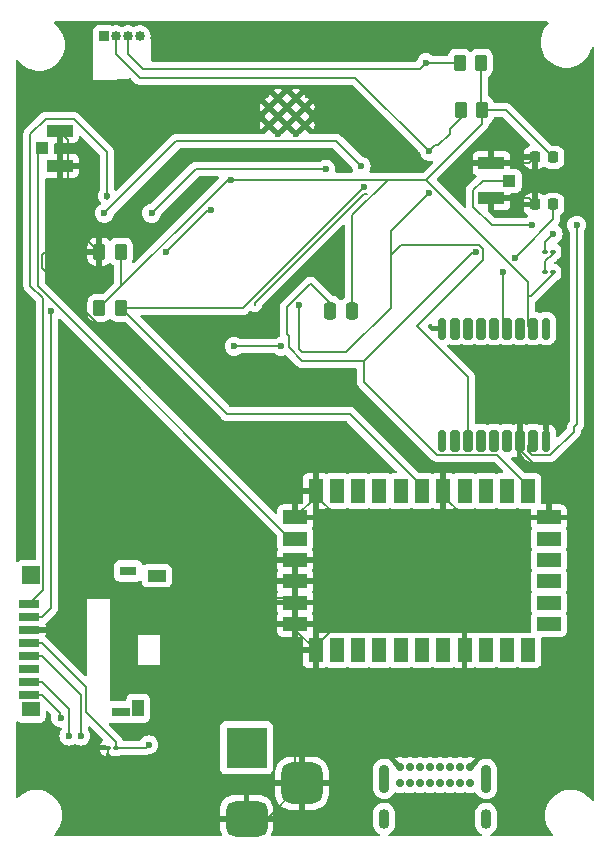
<source format=gbr>
%TF.GenerationSoftware,KiCad,Pcbnew,7.0.6*%
%TF.CreationDate,2023-08-21T19:58:40-03:00*%
%TF.ProjectId,satelite,73617465-6c69-4746-952e-6b696361645f,rev?*%
%TF.SameCoordinates,Original*%
%TF.FileFunction,Copper,L2,Bot*%
%TF.FilePolarity,Positive*%
%FSLAX46Y46*%
G04 Gerber Fmt 4.6, Leading zero omitted, Abs format (unit mm)*
G04 Created by KiCad (PCBNEW 7.0.6) date 2023-08-21 19:58:40*
%MOMM*%
%LPD*%
G01*
G04 APERTURE LIST*
G04 Aperture macros list*
%AMRoundRect*
0 Rectangle with rounded corners*
0 $1 Rounding radius*
0 $2 $3 $4 $5 $6 $7 $8 $9 X,Y pos of 4 corners*
0 Add a 4 corners polygon primitive as box body*
4,1,4,$2,$3,$4,$5,$6,$7,$8,$9,$2,$3,0*
0 Add four circle primitives for the rounded corners*
1,1,$1+$1,$2,$3*
1,1,$1+$1,$4,$5*
1,1,$1+$1,$6,$7*
1,1,$1+$1,$8,$9*
0 Add four rect primitives between the rounded corners*
20,1,$1+$1,$2,$3,$4,$5,0*
20,1,$1+$1,$4,$5,$6,$7,0*
20,1,$1+$1,$6,$7,$8,$9,0*
20,1,$1+$1,$8,$9,$2,$3,0*%
G04 Aperture macros list end*
%TA.AperFunction,ComponentPad*%
%ADD10O,0.850000X0.850000*%
%TD*%
%TA.AperFunction,ComponentPad*%
%ADD11R,0.850000X0.850000*%
%TD*%
%TA.AperFunction,ComponentPad*%
%ADD12C,0.700000*%
%TD*%
%TA.AperFunction,ComponentPad*%
%ADD13O,0.900000X2.400000*%
%TD*%
%TA.AperFunction,ComponentPad*%
%ADD14O,0.900000X1.700000*%
%TD*%
%TA.AperFunction,SMDPad,CuDef*%
%ADD15RoundRect,0.225000X0.225000X0.250000X-0.225000X0.250000X-0.225000X-0.250000X0.225000X-0.250000X0*%
%TD*%
%TA.AperFunction,SMDPad,CuDef*%
%ADD16RoundRect,0.250000X0.262500X0.450000X-0.262500X0.450000X-0.262500X-0.450000X0.262500X-0.450000X0*%
%TD*%
%TA.AperFunction,HeatsinkPad*%
%ADD17C,0.600000*%
%TD*%
%TA.AperFunction,SMDPad,CuDef*%
%ADD18RoundRect,0.100000X0.130000X0.100000X-0.130000X0.100000X-0.130000X-0.100000X0.130000X-0.100000X0*%
%TD*%
%TA.AperFunction,ComponentPad*%
%ADD19R,3.500000X3.500000*%
%TD*%
%TA.AperFunction,ComponentPad*%
%ADD20RoundRect,0.750000X1.000000X-0.750000X1.000000X0.750000X-1.000000X0.750000X-1.000000X-0.750000X0*%
%TD*%
%TA.AperFunction,ComponentPad*%
%ADD21RoundRect,0.875000X0.875000X-0.875000X0.875000X0.875000X-0.875000X0.875000X-0.875000X-0.875000X0*%
%TD*%
%TA.AperFunction,SMDPad,CuDef*%
%ADD22RoundRect,0.250000X0.250000X0.475000X-0.250000X0.475000X-0.250000X-0.475000X0.250000X-0.475000X0*%
%TD*%
%TA.AperFunction,SMDPad,CuDef*%
%ADD23RoundRect,0.250000X-0.262500X-0.450000X0.262500X-0.450000X0.262500X0.450000X-0.262500X0.450000X0*%
%TD*%
%TA.AperFunction,SMDPad,CuDef*%
%ADD24R,2.000000X1.200000*%
%TD*%
%TA.AperFunction,SMDPad,CuDef*%
%ADD25R,1.200000X2.000000*%
%TD*%
%TA.AperFunction,SMDPad,CuDef*%
%ADD26R,2.200000X1.050000*%
%TD*%
%TA.AperFunction,SMDPad,CuDef*%
%ADD27R,1.050000X1.000000*%
%TD*%
%TA.AperFunction,SMDPad,CuDef*%
%ADD28RoundRect,0.175000X-0.175000X0.725000X-0.175000X-0.725000X0.175000X-0.725000X0.175000X0.725000X0*%
%TD*%
%TA.AperFunction,SMDPad,CuDef*%
%ADD29RoundRect,0.200000X-0.200000X0.700000X-0.200000X-0.700000X0.200000X-0.700000X0.200000X0.700000X0*%
%TD*%
%TA.AperFunction,SMDPad,CuDef*%
%ADD30R,1.750000X0.700000*%
%TD*%
%TA.AperFunction,SMDPad,CuDef*%
%ADD31R,1.000000X1.450000*%
%TD*%
%TA.AperFunction,SMDPad,CuDef*%
%ADD32R,1.550000X1.000000*%
%TD*%
%TA.AperFunction,SMDPad,CuDef*%
%ADD33R,1.500000X0.800000*%
%TD*%
%TA.AperFunction,SMDPad,CuDef*%
%ADD34R,1.500000X1.300000*%
%TD*%
%TA.AperFunction,SMDPad,CuDef*%
%ADD35R,1.500000X1.500000*%
%TD*%
%TA.AperFunction,SMDPad,CuDef*%
%ADD36R,1.400000X0.800000*%
%TD*%
%TA.AperFunction,ViaPad*%
%ADD37C,0.600000*%
%TD*%
%TA.AperFunction,Conductor*%
%ADD38C,0.200000*%
%TD*%
G04 APERTURE END LIST*
D10*
%TO.P,REF\u002A\u002A,4*%
%TO.N,N/C*%
X137000000Y-64750000D03*
%TO.P,REF\u002A\u002A,3*%
X136000000Y-64750000D03*
%TO.P,REF\u002A\u002A,2*%
X135000000Y-64750000D03*
D11*
%TO.P,REF\u002A\u002A,1*%
X134000000Y-64750000D03*
%TD*%
D12*
%TO.P,J2,A1,GND*%
%TO.N,GND*%
X159025000Y-126650000D03*
%TO.P,J2,A4,VBUS*%
%TO.N,Net-(U7-IN)*%
X159875000Y-126650000D03*
%TO.P,J2,A5,CC1*%
%TO.N,unconnected-(J2-CC1-PadA5)*%
X160725000Y-126650000D03*
%TO.P,J2,A6,D+*%
%TO.N,Net-(U6-USBD+)*%
X161575000Y-126650000D03*
%TO.P,J2,A7,D-*%
%TO.N,unconnected-(J2-D--PadA7)*%
X162425000Y-126650000D03*
%TO.P,J2,A8,SBU1*%
%TO.N,unconnected-(J2-SBU1-PadA8)*%
X163275000Y-126650000D03*
%TO.P,J2,A9,VBUS*%
%TO.N,Net-(U7-IN)*%
X164125000Y-126650000D03*
%TO.P,J2,A12,GND*%
%TO.N,GND*%
X164975000Y-126650000D03*
%TO.P,J2,B1,GND*%
X164975000Y-128000000D03*
%TO.P,J2,B4,VBUS*%
%TO.N,Net-(U7-IN)*%
X164125000Y-128000000D03*
%TO.P,J2,B5,CC2*%
%TO.N,unconnected-(J2-CC2-PadB5)*%
X163275000Y-128000000D03*
%TO.P,J2,B6,D+*%
%TO.N,unconnected-(J2-D+-PadB6)*%
X162425000Y-128000000D03*
%TO.P,J2,B7,D-*%
%TO.N,Net-(U6-USBD-)*%
X161575000Y-128000000D03*
%TO.P,J2,B8,SBU2*%
%TO.N,unconnected-(J2-SBU2-PadB8)*%
X160725000Y-128000000D03*
%TO.P,J2,B9,VBUS*%
%TO.N,Net-(U7-IN)*%
X159875000Y-128000000D03*
%TO.P,J2,B12,GND*%
%TO.N,GND*%
X159025000Y-128000000D03*
D13*
%TO.P,J2,S1,SHIELD*%
%TO.N,unconnected-(J2-SHIELD-PadS1)*%
X157675000Y-127630000D03*
D14*
X157675000Y-131010000D03*
D13*
X166325000Y-127630000D03*
D14*
X166325000Y-131010000D03*
%TD*%
D15*
%TO.P,C9,1*%
%TO.N,Net-(U3-V_BCKP)*%
X172000000Y-79000000D03*
%TO.P,C9,2*%
%TO.N,GND*%
X170450000Y-79000000D03*
%TD*%
D16*
%TO.P,R8,1*%
%TO.N,Net-(J1-VDD)*%
X135412500Y-83000000D03*
%TO.P,R8,2*%
%TO.N,GND*%
X133587500Y-83000000D03*
%TD*%
D17*
%TO.P,U4,39,GND*%
%TO.N,GND*%
X151000000Y-72287500D03*
X151000000Y-70762500D03*
X150237500Y-73050000D03*
X150237500Y-71525000D03*
X150237500Y-70000000D03*
X149475000Y-72287500D03*
X149475000Y-70762500D03*
X148712500Y-73050000D03*
X148712500Y-71525000D03*
X148712500Y-70000000D03*
X147950000Y-72287500D03*
X147950000Y-70762500D03*
%TD*%
D16*
%TO.P,R6,1*%
%TO.N,Net-(J1-VDD)*%
X165912500Y-67000000D03*
%TO.P,R6,2*%
%TO.N,Net-(U1-SCL)*%
X164087500Y-67000000D03*
%TD*%
D18*
%TO.P,C12,1*%
%TO.N,Net-(J1-VDD)*%
X134975000Y-125000000D03*
%TO.P,C12,2*%
%TO.N,GND*%
X134335000Y-125000000D03*
%TD*%
D19*
%TO.P,J4,1*%
%TO.N,Net-(U7-IN)*%
X146042500Y-125000000D03*
D20*
%TO.P,J4,2*%
%TO.N,GND*%
X146042500Y-131000000D03*
D21*
%TO.P,J4,3*%
X150742500Y-128000000D03*
%TD*%
D22*
%TO.P,C10,1*%
%TO.N,Net-(J1-VDD)*%
X155000000Y-88000000D03*
%TO.P,C10,2*%
%TO.N,Net-(U5-VCC)*%
X153100000Y-88000000D03*
%TD*%
D15*
%TO.P,C8,1*%
%TO.N,Net-(J1-VDD)*%
X172000000Y-75000000D03*
%TO.P,C8,2*%
%TO.N,GND*%
X170450000Y-75000000D03*
%TD*%
D18*
%TO.P,C14,1*%
%TO.N,Net-(J1-VDD)*%
X171975000Y-84750000D03*
%TO.P,C14,2*%
%TO.N,Net-(C13-Pad1)*%
X171335000Y-84750000D03*
%TD*%
D16*
%TO.P,R7,1*%
%TO.N,Net-(J1-VDD)*%
X166000000Y-71000000D03*
%TO.P,R7,2*%
%TO.N,Net-(U1-SDA)*%
X164175000Y-71000000D03*
%TD*%
D23*
%TO.P,R9,1*%
%TO.N,Net-(J1-VDD)*%
X133587500Y-87750000D03*
%TO.P,R9,2*%
%TO.N,Net-(U4-IO17)*%
X135412500Y-87750000D03*
%TD*%
D18*
%TO.P,C13,1*%
%TO.N,Net-(C13-Pad1)*%
X171975000Y-83000000D03*
%TO.P,C13,2*%
%TO.N,Net-(U5-VCC)*%
X171335000Y-83000000D03*
%TD*%
D24*
%TO.P,U5,34,GND*%
%TO.N,GND*%
X150150000Y-105500000D03*
%TO.P,U5,33,RF_OUT*%
%TO.N,Net-(J3-In)*%
X150150000Y-107300000D03*
%TO.P,U5,32,GND*%
%TO.N,GND*%
X150150000Y-109100000D03*
%TO.P,U5,31,GND*%
X150150000Y-110900000D03*
%TO.P,U5,30,GND*%
X150150000Y-112700000D03*
%TO.P,U5,29,GND*%
X150150000Y-114500000D03*
D25*
%TO.P,U5,28,GND*%
X151900000Y-116750000D03*
%TO.P,U5,27,PB2*%
%TO.N,unconnected-(U5-PB2-Pad27)*%
X153700000Y-116750000D03*
%TO.P,U5,26,PB11*%
%TO.N,unconnected-(U5-PB11-Pad26)*%
X155500000Y-116750000D03*
%TO.P,U5,25,PB10*%
%TO.N,unconnected-(U5-PB10-Pad25)*%
X157300000Y-116750000D03*
%TO.P,U5,24,~{RST}*%
%TO.N,unconnected-(U5-~{RST}-Pad24)*%
X159100000Y-116750000D03*
%TO.P,U5,23,PA0*%
%TO.N,unconnected-(U5-PA0-Pad23)*%
X160900000Y-116750000D03*
%TO.P,U5,22,PA1*%
%TO.N,unconnected-(U5-PA1-Pad22)*%
X162700000Y-116750000D03*
%TO.P,U5,21,GND*%
%TO.N,GND*%
X164500000Y-116750000D03*
%TO.P,U5,20,PA2*%
%TO.N,unconnected-(U5-PA2-Pad20)*%
X166300000Y-116750000D03*
%TO.P,U5,19,PB9*%
%TO.N,unconnected-(U5-PB9-Pad19)*%
X168100000Y-116750000D03*
%TO.P,U5,18,PB8*%
%TO.N,unconnected-(U5-PB8-Pad18)*%
X169900000Y-116750000D03*
D24*
%TO.P,U5,17,BOOT0*%
%TO.N,unconnected-(U5-BOOT0-Pad17)*%
X171650000Y-114500000D03*
%TO.P,U5,16,PB5*%
%TO.N,unconnected-(U5-PB5-Pad16)*%
X171650000Y-112700000D03*
%TO.P,U5,15,PB3*%
%TO.N,unconnected-(U5-PB3-Pad15)*%
X171650000Y-110900000D03*
%TO.P,U5,14,PA15*%
%TO.N,unconnected-(U5-PA15-Pad14)*%
X171650000Y-109100000D03*
%TO.P,U5,13,PA14*%
%TO.N,unconnected-(U5-PA14-Pad13)*%
X171650000Y-107300000D03*
%TO.P,U5,12,GND*%
%TO.N,GND*%
X171650000Y-105500000D03*
D25*
%TO.P,U5,11,VCC*%
%TO.N,Net-(U5-VCC)*%
X169900000Y-103250000D03*
%TO.P,U5,10,PA13*%
%TO.N,unconnected-(U5-PA13-Pad10)*%
X168100000Y-103250000D03*
%TO.P,U5,9,PB4*%
%TO.N,unconnected-(U5-PB4-Pad9)*%
X166300000Y-103250000D03*
%TO.P,U5,8,PA12*%
%TO.N,unconnected-(U5-PA12-Pad8)*%
X164500000Y-103250000D03*
%TO.P,U5,7,PA10/USART1_RX*%
%TO.N,GND*%
X162700000Y-103250000D03*
%TO.P,U5,6,PA9/USART1_TX*%
%TO.N,Net-(U4-IO17)*%
X160900000Y-103250000D03*
%TO.P,U5,5,PA8*%
%TO.N,unconnected-(U5-PA8-Pad5)*%
X159100000Y-103250000D03*
%TO.P,U5,4,PB15*%
%TO.N,unconnected-(U5-PB15-Pad4)*%
X157300000Y-103250000D03*
%TO.P,U5,3,PB14*%
%TO.N,unconnected-(U5-PB14-Pad3)*%
X155500000Y-103250000D03*
%TO.P,U5,2,PB12*%
%TO.N,unconnected-(U5-PB12-Pad2)*%
X153700000Y-103250000D03*
%TO.P,U5,1,GND*%
%TO.N,GND*%
X151900000Y-103250000D03*
%TD*%
D26*
%TO.P,J5,2,Ext*%
%TO.N,GND*%
X166775000Y-75525000D03*
X166775000Y-78475000D03*
D27*
%TO.P,J5,1,In*%
%TO.N,Net-(J5-In)*%
X168300000Y-77000000D03*
%TD*%
D28*
%TO.P,U3,1,GND*%
%TO.N,GND*%
X162600000Y-89500000D03*
D29*
%TO.P,U3,2,TXD*%
%TO.N,unconnected-(U3-TXD-Pad2)*%
X163700000Y-89500000D03*
%TO.P,U3,3,RXD*%
%TO.N,unconnected-(U3-RXD-Pad3)*%
X164800000Y-89500000D03*
%TO.P,U3,4,TIMEPULSE*%
%TO.N,unconnected-(U3-TIMEPULSE-Pad4)*%
X165900000Y-89500000D03*
%TO.P,U3,5,EXTINT*%
%TO.N,unconnected-(U3-EXTINT-Pad5)*%
X167000000Y-89500000D03*
%TO.P,U3,6,V_BCKP*%
%TO.N,Net-(U3-V_BCKP)*%
X168100000Y-89500000D03*
%TO.P,U3,7,VCC_IO*%
%TO.N,unconnected-(U3-VCC_IO-Pad7)*%
X169200000Y-89500000D03*
%TO.P,U3,8,VCC*%
%TO.N,Net-(J1-VDD)*%
X170300000Y-89500000D03*
D28*
%TO.P,U3,9,~{RESET}*%
%TO.N,unconnected-(U3-~{RESET}-Pad9)*%
X171400000Y-89500000D03*
%TO.P,U3,10,GND*%
%TO.N,GND*%
X171400000Y-99000000D03*
D29*
%TO.P,U3,11,RF_IN*%
%TO.N,Net-(J5-In)*%
X170300000Y-99000000D03*
%TO.P,U3,12,GND*%
%TO.N,GND*%
X169200000Y-99000000D03*
%TO.P,U3,13,LNA_EN*%
%TO.N,unconnected-(U3-LNA_EN-Pad13)*%
X168100000Y-99000000D03*
%TO.P,U3,14,VCC_RF*%
%TO.N,unconnected-(U3-VCC_RF-Pad14)*%
X167000000Y-99000000D03*
%TO.P,U3,15,Reserved*%
%TO.N,unconnected-(U3-Reserved-Pad15)*%
X165900000Y-99000000D03*
%TO.P,U3,16,SDA*%
%TO.N,Net-(U1-SDA)*%
X164800000Y-99000000D03*
%TO.P,U3,17,SCL*%
%TO.N,Net-(U1-SCL)*%
X163700000Y-99000000D03*
D28*
%TO.P,U3,18,~{SAFEBOOT}*%
%TO.N,unconnected-(U3-~{SAFEBOOT}-Pad18)*%
X162600000Y-99000000D03*
%TD*%
D30*
%TO.P,J1,1,CD/DAT3*%
%TO.N,Net-(J1-CD{slash}DAT3)*%
X127650000Y-112825000D03*
%TO.P,J1,2,CMD*%
%TO.N,Net-(J1-CMD)*%
X127650000Y-113925000D03*
%TO.P,J1,3,VSS*%
%TO.N,GND*%
X127650000Y-115025000D03*
%TO.P,J1,4,VDD*%
%TO.N,Net-(J1-VDD)*%
X127650000Y-116125000D03*
%TO.P,J1,5,CLK*%
%TO.N,Net-(J1-CLK)*%
X127650000Y-117225000D03*
%TO.P,J1,6,VSS*%
%TO.N,unconnected-(J1-VSS-Pad6)*%
X127650000Y-118325000D03*
%TO.P,J1,7,DAT0*%
%TO.N,Net-(J1-DAT0)*%
X127650000Y-119425000D03*
%TO.P,J1,8,DAT1*%
%TO.N,Net-(J1-DAT1)*%
X127650000Y-120525000D03*
D31*
%TO.P,J1,9,DAT2*%
%TO.N,Net-(J1-DAT2)*%
X136875000Y-121650000D03*
D32*
%TO.P,J1,10,CARD_DETECT*%
%TO.N,unconnected-(J1-CARD_DETECT-Pad10)*%
X138450000Y-110425000D03*
D33*
%TO.P,J1,11,WRITE_PROTECT*%
%TO.N,unconnected-(J1-WRITE_PROTECT-Pad11)*%
X135375000Y-121975000D03*
D34*
X127775000Y-121725000D03*
D35*
X127775000Y-110375000D03*
D36*
X136025000Y-110025000D03*
%TD*%
D27*
%TO.P,J3,1,In*%
%TO.N,Net-(J3-In)*%
X128700000Y-74250000D03*
D26*
%TO.P,J3,2,Ext*%
%TO.N,GND*%
X130225000Y-72775000D03*
X130225000Y-75725000D03*
%TD*%
D37*
%TO.N,Net-(U1-SCL)*%
X161250000Y-67000000D03*
%TO.N,Net-(J1-VDD)*%
X144750000Y-76900000D03*
X137750000Y-124750000D03*
%TO.N,Net-(J1-DAT1)*%
X155750000Y-75750000D03*
X134000000Y-79750000D03*
X130298911Y-122451089D03*
%TO.N,Net-(J1-DAT0)*%
X152750000Y-76000000D03*
X138000000Y-79750000D03*
X131000000Y-124000000D03*
%TO.N,Net-(J1-CLK)*%
X143000000Y-79500000D03*
X139250000Y-83000000D03*
X139250000Y-83000000D03*
X132000000Y-124000000D03*
%TO.N,Net-(J1-CMD)*%
X129500000Y-88000000D03*
%TO.N,Net-(J1-CD{slash}DAT3)*%
X134250000Y-78250000D03*
%TO.N,Net-(J5-In)*%
X174000000Y-80750000D03*
X170250000Y-80750000D03*
%TO.N,Net-(U5-VCC)*%
X172000000Y-81500000D03*
X165500000Y-83000000D03*
%TO.N,Net-(U1-SDA)*%
X161500000Y-74500000D03*
%TO.N,Net-(U3-V_BCKP)*%
X167750000Y-84750000D03*
X168750000Y-83500000D03*
%TO.N,Net-(U4-IO17)*%
X156000000Y-77500000D03*
%TO.N,Net-(U1-SDA)*%
X161500000Y-78000000D03*
X150500000Y-87499502D03*
%TO.N,Net-(U1-AUX_DA)*%
X149000000Y-91000000D03*
X149000000Y-91000000D03*
X145000000Y-91000000D03*
%TD*%
D38*
%TO.N,Net-(U1-SCL)*%
X136000000Y-66250000D02*
X136000000Y-64750000D01*
X137250000Y-67500000D02*
X136000000Y-66250000D01*
X160750000Y-67500000D02*
X137250000Y-67500000D01*
X161250000Y-67000000D02*
X160750000Y-67500000D01*
%TO.N,Net-(U1-SDA)*%
X137000000Y-68250000D02*
X135000000Y-66250000D01*
X135000000Y-66250000D02*
X135000000Y-64750000D01*
X155250000Y-68250000D02*
X137000000Y-68250000D01*
X161500000Y-74500000D02*
X155250000Y-68250000D01*
%TO.N,Net-(U1-SCL)*%
X164087500Y-67000000D02*
X161250000Y-67000000D01*
%TO.N,Net-(J1-DAT1)*%
X134000000Y-79750000D02*
X140100000Y-73650000D01*
X140100000Y-73650000D02*
X153650000Y-73650000D01*
X153650000Y-73650000D02*
X155750000Y-75750000D01*
%TO.N,*%
X155965686Y-78100000D02*
X153157842Y-80907844D01*
X155965686Y-78100000D02*
X156234314Y-78100000D01*
X146750000Y-87315686D02*
X155965686Y-78100000D01*
X146750000Y-87500000D02*
X146750000Y-87315686D01*
%TO.N,GND*%
X162700000Y-103250000D02*
X162700000Y-105450000D01*
X162700000Y-105450000D02*
X162750000Y-105500000D01*
X162750000Y-105500000D02*
X162250000Y-105500000D01*
X171650000Y-105500000D02*
X162750000Y-105500000D01*
X150150000Y-115000000D02*
X151900000Y-116750000D01*
X150150000Y-112700000D02*
X150150000Y-115000000D01*
X150150000Y-110900000D02*
X150150000Y-112700000D01*
X146042500Y-131000000D02*
X147742500Y-131000000D01*
X147742500Y-131000000D02*
X150742500Y-128000000D01*
X169200000Y-99772792D02*
X169200000Y-99000000D01*
X171650000Y-102222792D02*
X169200000Y-99772792D01*
X171650000Y-105500000D02*
X171650000Y-102222792D01*
%TO.N,Net-(C13-Pad1)*%
X171975000Y-83155685D02*
X171975000Y-83000000D01*
X171335000Y-83795685D02*
X171975000Y-83155685D01*
X171335000Y-84750000D02*
X171335000Y-83795685D01*
%TO.N,Net-(J1-VDD)*%
X171975000Y-84750000D02*
X171975000Y-84905685D01*
X169900000Y-86750000D02*
X169900000Y-89250000D01*
X170130685Y-86750000D02*
X169900000Y-86750000D01*
X169900000Y-85551471D02*
X169900000Y-86750000D01*
X171975000Y-84905685D02*
X170130685Y-86750000D01*
X166000000Y-71000000D02*
X168000000Y-71000000D01*
X168000000Y-71000000D02*
X172000000Y-75000000D01*
X166000000Y-72148529D02*
X161248529Y-76900000D01*
X166000000Y-71000000D02*
X166000000Y-72148529D01*
X144750000Y-76900000D02*
X158000000Y-76900000D01*
X144437500Y-76900000D02*
X144750000Y-76900000D01*
X137500000Y-125000000D02*
X137750000Y-124750000D01*
X134975000Y-125000000D02*
X137500000Y-125000000D01*
X134975000Y-124500000D02*
X134975000Y-125000000D01*
X132425000Y-119825000D02*
X132425000Y-121950000D01*
X132425000Y-121950000D02*
X134975000Y-124500000D01*
X128725000Y-116125000D02*
X132425000Y-119825000D01*
X127650000Y-116125000D02*
X128725000Y-116125000D01*
%TO.N,GND*%
X139848529Y-131000000D02*
X146042500Y-131000000D01*
X134335000Y-125000000D02*
X134335000Y-125486471D01*
X134335000Y-125486471D02*
X139848529Y-131000000D01*
%TO.N,Net-(J1-DAT1)*%
X130250000Y-122500000D02*
X130298911Y-122451089D01*
X130250000Y-122050000D02*
X130250000Y-122500000D01*
X128725000Y-120525000D02*
X130250000Y-122050000D01*
X127650000Y-120525000D02*
X128725000Y-120525000D01*
%TO.N,Net-(J1-DAT0)*%
X141750000Y-76000000D02*
X152750000Y-76000000D01*
X138000000Y-79750000D02*
X141750000Y-76000000D01*
X131000000Y-121700000D02*
X131000000Y-124000000D01*
X128725000Y-119425000D02*
X131000000Y-121700000D01*
X127650000Y-119425000D02*
X128725000Y-119425000D01*
%TO.N,Net-(J1-CLK)*%
X142750000Y-79500000D02*
X143000000Y-79500000D01*
X139250000Y-83000000D02*
X142750000Y-79500000D01*
X132000000Y-120500000D02*
X132000000Y-124000000D01*
X128725000Y-117225000D02*
X132000000Y-120500000D01*
X127650000Y-117225000D02*
X128725000Y-117225000D01*
%TO.N,Net-(J1-CMD)*%
X129500000Y-113150000D02*
X129500000Y-88000000D01*
X128725000Y-113925000D02*
X129500000Y-113150000D01*
X127650000Y-113925000D02*
X128725000Y-113925000D01*
%TO.N,Net-(J1-CD{slash}DAT3)*%
X134250000Y-78500000D02*
X134250000Y-78250000D01*
X129025000Y-71750000D02*
X131425000Y-71750000D01*
X134250000Y-74575000D02*
X134250000Y-78250000D01*
X127750000Y-85865686D02*
X127750000Y-73025000D01*
X131425000Y-71750000D02*
X134250000Y-74575000D01*
X127750000Y-73025000D02*
X129025000Y-71750000D01*
X128825000Y-86940686D02*
X127750000Y-85865686D01*
X128825000Y-111650000D02*
X128825000Y-86940686D01*
X127650000Y-112825000D02*
X128825000Y-111650000D01*
%TO.N,GND*%
X149775000Y-112325000D02*
X150150000Y-112700000D01*
X132483578Y-112325000D02*
X149775000Y-112325000D01*
X129783578Y-115025000D02*
X132483578Y-112325000D01*
X127650000Y-115025000D02*
X129783578Y-115025000D01*
%TO.N,Net-(U1-SDA)*%
X159100000Y-82400000D02*
X158250000Y-83250000D01*
X165748529Y-82400000D02*
X159100000Y-82400000D01*
X166100000Y-82751471D02*
X165748529Y-82400000D01*
X166100000Y-83715686D02*
X166100000Y-82751471D01*
X160500000Y-89315686D02*
X166100000Y-83715686D01*
X164800000Y-93615686D02*
X160500000Y-89315686D01*
X164800000Y-99000000D02*
X164800000Y-93615686D01*
X158250000Y-83250000D02*
X158250000Y-81250000D01*
X158250000Y-87750000D02*
X158250000Y-83250000D01*
%TO.N,GND*%
X164500000Y-114450000D02*
X159150000Y-109100000D01*
X164500000Y-116750000D02*
X164500000Y-114450000D01*
X159000000Y-109250000D02*
X159000000Y-109100000D01*
X151900000Y-116350000D02*
X159000000Y-109250000D01*
X159000000Y-109100000D02*
X159150000Y-109100000D01*
X151900000Y-116750000D02*
X151900000Y-116350000D01*
X150150000Y-109100000D02*
X159000000Y-109100000D01*
X157350000Y-110900000D02*
X159150000Y-109100000D01*
X150150000Y-110900000D02*
X157350000Y-110900000D01*
X162250000Y-106000000D02*
X162250000Y-105500000D01*
X162250000Y-105500000D02*
X153750000Y-105500000D01*
X159150000Y-109100000D02*
X162250000Y-106000000D01*
X151900000Y-103750000D02*
X150150000Y-105500000D01*
X151900000Y-103250000D02*
X151900000Y-103750000D01*
X151900000Y-103650000D02*
X151900000Y-103250000D01*
X153750000Y-105500000D02*
X151900000Y-103650000D01*
X162700000Y-103650000D02*
X164550000Y-105500000D01*
X162700000Y-103250000D02*
X162700000Y-103650000D01*
X164550000Y-105500000D02*
X171650000Y-105500000D01*
%TO.N,Net-(U5-VCC)*%
X156000000Y-94000000D02*
X156000000Y-92250000D01*
X167250000Y-100200000D02*
X162200000Y-100200000D01*
X162200000Y-100200000D02*
X156000000Y-94000000D01*
X169900000Y-102850000D02*
X167250000Y-100200000D01*
X169900000Y-103250000D02*
X169900000Y-102850000D01*
%TO.N,unconnected-(U5-PA0-Pad23)*%
X160900000Y-117150000D02*
X161000000Y-117250000D01*
X160900000Y-116750000D02*
X160900000Y-117150000D01*
%TO.N,Net-(J5-In)*%
X169900000Y-99907107D02*
X169900000Y-99400000D01*
X170192893Y-100200000D02*
X169900000Y-99907107D01*
X171771751Y-100200000D02*
X170192893Y-100200000D01*
X174000000Y-97610875D02*
X173750000Y-97860875D01*
X174000000Y-80750000D02*
X174000000Y-97610875D01*
X173750000Y-97860875D02*
X173750000Y-98221751D01*
X173750000Y-98221751D02*
X171771751Y-100200000D01*
X169900000Y-99400000D02*
X170300000Y-99000000D01*
X166825000Y-80750000D02*
X170250000Y-80750000D01*
X165250000Y-79175000D02*
X166825000Y-80750000D01*
X165250000Y-77775000D02*
X165250000Y-79175000D01*
X166025000Y-77000000D02*
X165250000Y-77775000D01*
X168300000Y-77000000D02*
X166025000Y-77000000D01*
%TO.N,GND*%
X169925000Y-78475000D02*
X170450000Y-79000000D01*
X166775000Y-78475000D02*
X169925000Y-78475000D01*
X169925000Y-75525000D02*
X170450000Y-75000000D01*
X166775000Y-75525000D02*
X169925000Y-75525000D01*
%TO.N,Net-(J3-In)*%
X128350000Y-85900000D02*
X149750000Y-107300000D01*
X128825000Y-74125000D02*
X128350000Y-74600000D01*
X128350000Y-74600000D02*
X128350000Y-85900000D01*
X149750000Y-107300000D02*
X150150000Y-107300000D01*
%TO.N,GND*%
X130950000Y-80362500D02*
X133587500Y-83000000D01*
X130950000Y-73500000D02*
X130950000Y-80362500D01*
X130225000Y-72775000D02*
X130950000Y-73500000D01*
%TO.N,Net-(U5-VCC)*%
X171335000Y-82165000D02*
X171335000Y-83000000D01*
X172000000Y-81500000D02*
X171335000Y-82165000D01*
X165250000Y-83000000D02*
X165500000Y-83000000D01*
X156000000Y-92250000D02*
X165250000Y-83000000D01*
X150750000Y-92250000D02*
X156000000Y-92250000D01*
X149600000Y-91100000D02*
X150750000Y-92250000D01*
X149600000Y-90100000D02*
X149600000Y-91100000D01*
X149500000Y-87650973D02*
X149500000Y-90000000D01*
X151400973Y-85750000D02*
X149500000Y-87650973D01*
X151500000Y-85750000D02*
X151400973Y-85750000D01*
X153100000Y-87350000D02*
X151500000Y-85750000D01*
X153100000Y-88000000D02*
X153100000Y-87350000D01*
X149500000Y-90000000D02*
X149600000Y-90100000D01*
%TO.N,Net-(J1-VDD)*%
X155000000Y-88000000D02*
X155000000Y-79900000D01*
X155000000Y-79900000D02*
X158000000Y-76900000D01*
X158000000Y-76900000D02*
X161248529Y-76900000D01*
%TO.N,Net-(U1-SDA)*%
X162250000Y-74000000D02*
X162000000Y-74000000D01*
X163250000Y-73000000D02*
X162250000Y-74000000D01*
X163250000Y-72598529D02*
X163250000Y-73000000D01*
X162000000Y-74000000D02*
X161500000Y-74500000D01*
X164175000Y-71673529D02*
X163250000Y-72598529D01*
X164175000Y-71000000D02*
X164175000Y-71673529D01*
%TO.N,Net-(U3-V_BCKP)*%
X167750000Y-89150000D02*
X168100000Y-89500000D01*
X167750000Y-84750000D02*
X167750000Y-89150000D01*
X169250000Y-83000000D02*
X168750000Y-83500000D01*
X172000000Y-80250000D02*
X169250000Y-83000000D01*
X172000000Y-79000000D02*
X172000000Y-80250000D01*
%TO.N,Net-(J1-VDD)*%
X166000000Y-71000000D02*
X166250000Y-71250000D01*
X165912500Y-70912500D02*
X165912500Y-67000000D01*
X166000000Y-71000000D02*
X165912500Y-70912500D01*
%TO.N,GND*%
X170450000Y-75000000D02*
X170450000Y-79000000D01*
%TO.N,Net-(J1-VDD)*%
X135412500Y-85925000D02*
X133587500Y-87750000D01*
X135412500Y-83000000D02*
X135412500Y-85925000D01*
X169900000Y-89250000D02*
X170050000Y-89250000D01*
X161248529Y-76900000D02*
X169900000Y-85551471D01*
X170050000Y-89250000D02*
X170300000Y-89500000D01*
X133587500Y-87750000D02*
X144437500Y-76900000D01*
%TO.N,GND*%
X147597183Y-103250000D02*
X151900000Y-103250000D01*
X128750000Y-84402817D02*
X147597183Y-103250000D01*
X128750000Y-83250000D02*
X128750000Y-84402817D01*
X129000000Y-83000000D02*
X128750000Y-83250000D01*
X133587500Y-83000000D02*
X129000000Y-83000000D01*
%TO.N,Net-(U4-IO17)*%
X145750000Y-87750000D02*
X156000000Y-77500000D01*
X135412500Y-87750000D02*
X145750000Y-87750000D01*
X154800000Y-96750000D02*
X160900000Y-102850000D01*
X144412500Y-96750000D02*
X154800000Y-96750000D01*
X160900000Y-102850000D02*
X160900000Y-103250000D01*
X135412500Y-87750000D02*
X144412500Y-96750000D01*
%TO.N,GND*%
X150150000Y-127407500D02*
X150742500Y-128000000D01*
X150150000Y-114500000D02*
X150150000Y-127407500D01*
%TO.N,Net-(U1-SDA)*%
X154500000Y-91500000D02*
X158250000Y-87750000D01*
X150500000Y-91250000D02*
X150750000Y-91500000D01*
X150750000Y-91500000D02*
X154500000Y-91500000D01*
X158250000Y-81250000D02*
X161500000Y-78000000D01*
X150500000Y-87499502D02*
X150500000Y-91250000D01*
%TO.N,Net-(U1-AUX_DA)*%
X145000000Y-91000000D02*
X149000000Y-91000000D01*
%TD*%
%TA.AperFunction,Conductor*%
%TO.N,GND*%
G36*
X171561628Y-63520185D02*
G01*
X171607383Y-63572989D01*
X171617327Y-63642147D01*
X171588302Y-63705703D01*
X171585212Y-63709137D01*
X171433875Y-63871178D01*
X171261918Y-64114786D01*
X171261914Y-64114792D01*
X171124723Y-64379560D01*
X171024865Y-64660532D01*
X171024860Y-64660548D01*
X170964194Y-64952495D01*
X170964193Y-64952497D01*
X170943844Y-65250000D01*
X170964193Y-65547502D01*
X170964194Y-65547504D01*
X171024860Y-65839451D01*
X171024865Y-65839467D01*
X171124723Y-66120439D01*
X171261914Y-66385207D01*
X171261918Y-66385213D01*
X171433875Y-66628821D01*
X171637416Y-66846760D01*
X171868721Y-67034940D01*
X171868725Y-67034943D01*
X171868727Y-67034944D01*
X171868728Y-67034945D01*
X172123513Y-67189884D01*
X172123515Y-67189885D01*
X172123517Y-67189886D01*
X172305853Y-67269085D01*
X172397023Y-67308686D01*
X172684162Y-67389138D01*
X172943882Y-67424836D01*
X172979581Y-67429743D01*
X172979582Y-67429743D01*
X173277779Y-67429743D01*
X173309628Y-67425365D01*
X173573198Y-67389138D01*
X173860337Y-67308686D01*
X174133847Y-67189884D01*
X174388632Y-67034945D01*
X174619947Y-66846757D01*
X174823482Y-66628824D01*
X174995446Y-66385206D01*
X175132636Y-66120441D01*
X175232496Y-65839462D01*
X175232496Y-65839457D01*
X175232499Y-65839451D01*
X175254094Y-65735530D01*
X175287006Y-65673897D01*
X175348014Y-65639843D01*
X175417749Y-65644178D01*
X175474071Y-65685526D01*
X175499096Y-65750760D01*
X175499500Y-65760758D01*
X175499500Y-129412142D01*
X175479815Y-129479181D01*
X175427011Y-129524936D01*
X175357853Y-129534880D01*
X175294297Y-129505855D01*
X175274196Y-129483650D01*
X175194804Y-129371178D01*
X175105849Y-129275931D01*
X174991267Y-129153243D01*
X174991265Y-129153242D01*
X174991263Y-129153239D01*
X174759958Y-128965059D01*
X174759954Y-128965056D01*
X174532607Y-128826803D01*
X174505167Y-128810116D01*
X174505166Y-128810115D01*
X174505162Y-128810113D01*
X174231658Y-128691314D01*
X173944524Y-128610863D01*
X173944519Y-128610862D01*
X173944518Y-128610862D01*
X173796808Y-128590559D01*
X173649099Y-128570257D01*
X173649098Y-128570257D01*
X173350902Y-128570257D01*
X173350901Y-128570257D01*
X173055482Y-128610862D01*
X173055475Y-128610863D01*
X172768341Y-128691314D01*
X172494837Y-128810113D01*
X172240045Y-128965056D01*
X172240041Y-128965059D01*
X172008736Y-129153239D01*
X171805195Y-129371178D01*
X171633238Y-129614786D01*
X171633234Y-129614792D01*
X171496043Y-129879560D01*
X171396185Y-130160532D01*
X171396180Y-130160548D01*
X171335514Y-130452495D01*
X171335513Y-130452497D01*
X171315164Y-130750000D01*
X171335513Y-131047502D01*
X171335514Y-131047504D01*
X171396180Y-131339451D01*
X171396185Y-131339467D01*
X171496043Y-131620439D01*
X171633234Y-131885207D01*
X171633238Y-131885213D01*
X171805195Y-132128821D01*
X171805198Y-132128824D01*
X171937297Y-132270268D01*
X171956532Y-132290863D01*
X171987904Y-132353294D01*
X171980544Y-132422775D01*
X171936787Y-132477246D01*
X171870527Y-132499414D01*
X171865909Y-132499500D01*
X166807327Y-132499500D01*
X166740288Y-132479815D01*
X166694533Y-132427011D01*
X166684589Y-132357853D01*
X166713614Y-132294297D01*
X166741736Y-132270268D01*
X166909803Y-132165512D01*
X166909803Y-132165511D01*
X166909807Y-132165509D01*
X167049919Y-132032323D01*
X167160353Y-131873658D01*
X167236587Y-131696012D01*
X167275500Y-131506656D01*
X167275500Y-130561794D01*
X167272614Y-130533407D01*
X167260845Y-130417677D01*
X167202977Y-130233240D01*
X167202975Y-130233236D01*
X167202974Y-130233232D01*
X167109159Y-130064209D01*
X167109158Y-130064208D01*
X167109157Y-130064206D01*
X166983241Y-129917533D01*
X166983240Y-129917531D01*
X166830375Y-129799205D01*
X166830371Y-129799203D01*
X166823396Y-129795781D01*
X166656816Y-129714070D01*
X166656814Y-129714069D01*
X166656811Y-129714068D01*
X166656813Y-129714068D01*
X166469682Y-129665616D01*
X166469676Y-129665615D01*
X166340964Y-129659087D01*
X166276610Y-129655824D01*
X166276609Y-129655824D01*
X166276607Y-129655824D01*
X166085533Y-129685095D01*
X166085521Y-129685098D01*
X165904251Y-129752234D01*
X165904242Y-129752238D01*
X165740196Y-129854488D01*
X165600080Y-129987677D01*
X165489646Y-130146342D01*
X165413413Y-130323987D01*
X165374500Y-130513343D01*
X165374500Y-131458207D01*
X165389154Y-131602322D01*
X165447022Y-131786759D01*
X165447029Y-131786774D01*
X165540839Y-131955788D01*
X165540842Y-131955793D01*
X165666758Y-132102466D01*
X165666759Y-132102468D01*
X165819624Y-132220794D01*
X165819627Y-132220796D01*
X165908057Y-132264173D01*
X165959575Y-132311369D01*
X165977400Y-132378927D01*
X165955870Y-132445397D01*
X165901822Y-132489675D01*
X165853447Y-132499500D01*
X158157327Y-132499500D01*
X158090288Y-132479815D01*
X158044533Y-132427011D01*
X158034589Y-132357853D01*
X158063614Y-132294297D01*
X158091736Y-132270268D01*
X158259803Y-132165512D01*
X158259803Y-132165511D01*
X158259807Y-132165509D01*
X158399919Y-132032323D01*
X158510353Y-131873658D01*
X158586587Y-131696012D01*
X158625500Y-131506656D01*
X158625500Y-130561794D01*
X158622614Y-130533407D01*
X158610845Y-130417677D01*
X158552977Y-130233240D01*
X158552975Y-130233236D01*
X158552974Y-130233232D01*
X158459159Y-130064209D01*
X158459158Y-130064208D01*
X158459157Y-130064206D01*
X158333241Y-129917533D01*
X158333240Y-129917531D01*
X158180375Y-129799205D01*
X158180371Y-129799203D01*
X158173396Y-129795781D01*
X158006816Y-129714070D01*
X158006814Y-129714069D01*
X158006811Y-129714068D01*
X158006813Y-129714068D01*
X157819682Y-129665616D01*
X157819676Y-129665615D01*
X157690964Y-129659087D01*
X157626610Y-129655824D01*
X157626609Y-129655824D01*
X157626607Y-129655824D01*
X157435533Y-129685095D01*
X157435521Y-129685098D01*
X157254251Y-129752234D01*
X157254242Y-129752238D01*
X157090196Y-129854488D01*
X156950080Y-129987677D01*
X156839646Y-130146342D01*
X156763413Y-130323987D01*
X156724500Y-130513343D01*
X156724500Y-131458207D01*
X156739154Y-131602322D01*
X156797022Y-131786759D01*
X156797029Y-131786774D01*
X156890839Y-131955788D01*
X156890842Y-131955793D01*
X157016758Y-132102466D01*
X157016759Y-132102468D01*
X157169624Y-132220794D01*
X157169627Y-132220796D01*
X157258057Y-132264173D01*
X157309575Y-132311369D01*
X157327400Y-132378927D01*
X157305870Y-132445397D01*
X157251822Y-132489675D01*
X157203447Y-132499500D01*
X148267482Y-132499500D01*
X148200443Y-132479815D01*
X148154688Y-132427011D01*
X148144744Y-132357853D01*
X148154583Y-132324219D01*
X148227122Y-132164519D01*
X148282099Y-131946332D01*
X148292500Y-131814194D01*
X148292500Y-131250000D01*
X147476186Y-131250000D01*
X147501993Y-131209844D01*
X147542500Y-131071889D01*
X147542500Y-130928111D01*
X147501993Y-130790156D01*
X147476186Y-130750000D01*
X148292499Y-130750000D01*
X148292499Y-130185808D01*
X148282099Y-130053667D01*
X148227122Y-129835480D01*
X148134071Y-129630625D01*
X148134068Y-129630619D01*
X148005940Y-129445676D01*
X148005930Y-129445664D01*
X147846835Y-129286569D01*
X147846823Y-129286559D01*
X147661880Y-129158431D01*
X147661874Y-129158428D01*
X147457019Y-129065377D01*
X147238832Y-129010400D01*
X147106694Y-129000000D01*
X146292500Y-129000000D01*
X146292500Y-130500000D01*
X145792500Y-130500000D01*
X145792500Y-129000000D01*
X145792499Y-129000000D01*
X144978308Y-129000001D01*
X144846167Y-129010400D01*
X144627980Y-129065377D01*
X144423125Y-129158428D01*
X144423119Y-129158431D01*
X144238176Y-129286559D01*
X144238164Y-129286569D01*
X144079069Y-129445664D01*
X144079059Y-129445676D01*
X143950931Y-129630619D01*
X143950928Y-129630625D01*
X143857877Y-129835480D01*
X143802900Y-130053667D01*
X143792500Y-130185806D01*
X143792500Y-130750000D01*
X144608814Y-130750000D01*
X144583007Y-130790156D01*
X144542500Y-130928111D01*
X144542500Y-131071889D01*
X144583007Y-131209844D01*
X144608814Y-131250000D01*
X143792501Y-131250000D01*
X143792501Y-131814192D01*
X143802900Y-131946332D01*
X143857877Y-132164519D01*
X143930417Y-132324219D01*
X143940220Y-132393397D01*
X143911065Y-132456894D01*
X143852210Y-132494548D01*
X143817518Y-132499500D01*
X129884091Y-132499500D01*
X129817052Y-132479815D01*
X129771297Y-132427011D01*
X129761353Y-132357853D01*
X129790378Y-132294297D01*
X129793468Y-132290863D01*
X129944802Y-132128824D01*
X130116766Y-131885206D01*
X130253956Y-131620441D01*
X130353816Y-131339462D01*
X130353816Y-131339457D01*
X130353819Y-131339451D01*
X130409418Y-131071889D01*
X130414486Y-131047502D01*
X130434836Y-130750000D01*
X130414486Y-130452498D01*
X130387823Y-130324189D01*
X130353819Y-130160548D01*
X130353814Y-130160532D01*
X130292381Y-129987677D01*
X130253956Y-129879559D01*
X130116766Y-129614794D01*
X130116765Y-129614792D01*
X130116761Y-129614786D01*
X129944804Y-129371178D01*
X129855849Y-129275931D01*
X129741267Y-129153243D01*
X129741265Y-129153242D01*
X129741263Y-129153239D01*
X129509958Y-128965059D01*
X129509954Y-128965056D01*
X129282607Y-128826803D01*
X129255167Y-128810116D01*
X129255166Y-128810115D01*
X129255162Y-128810113D01*
X128981658Y-128691314D01*
X128694524Y-128610863D01*
X128694519Y-128610862D01*
X128694518Y-128610862D01*
X128546808Y-128590559D01*
X128399099Y-128570257D01*
X128399098Y-128570257D01*
X128100902Y-128570257D01*
X128100901Y-128570257D01*
X127805482Y-128610862D01*
X127805475Y-128610863D01*
X127518341Y-128691314D01*
X127244837Y-128810113D01*
X126990045Y-128965056D01*
X126990041Y-128965059D01*
X126758736Y-129153240D01*
X126715123Y-129199938D01*
X126654979Y-129235497D01*
X126585158Y-129232894D01*
X126527827Y-129192957D01*
X126501190Y-129128364D01*
X126500500Y-129115301D01*
X126500500Y-126797870D01*
X143792000Y-126797870D01*
X143792001Y-126797876D01*
X143798408Y-126857483D01*
X143848702Y-126992328D01*
X143848706Y-126992335D01*
X143934952Y-127107544D01*
X143934955Y-127107547D01*
X144050164Y-127193793D01*
X144050171Y-127193797D01*
X144185017Y-127244091D01*
X144185016Y-127244091D01*
X144191944Y-127244835D01*
X144244627Y-127250500D01*
X147840372Y-127250499D01*
X147899983Y-127244091D01*
X148034831Y-127193796D01*
X148150046Y-127107546D01*
X148236296Y-126992331D01*
X148254512Y-126943491D01*
X148296380Y-126887560D01*
X148361844Y-126863141D01*
X148430117Y-126877991D01*
X148479524Y-126927396D01*
X148494518Y-126993401D01*
X148492500Y-127031407D01*
X148492500Y-127750000D01*
X150242500Y-127750000D01*
X150242500Y-128250000D01*
X148492501Y-128250000D01*
X148492501Y-128968591D01*
X148495294Y-129021190D01*
X148539737Y-129250987D01*
X148622379Y-129469975D01*
X148740839Y-129671841D01*
X148740844Y-129671848D01*
X148891711Y-129850786D01*
X148891713Y-129850788D01*
X149070651Y-130001655D01*
X149070658Y-130001660D01*
X149272524Y-130120120D01*
X149491512Y-130202762D01*
X149721308Y-130247205D01*
X149773908Y-130249999D01*
X150492499Y-130249999D01*
X150492500Y-130249998D01*
X150492500Y-129433686D01*
X150532656Y-129459493D01*
X150670611Y-129500000D01*
X150814389Y-129500000D01*
X150952344Y-129459493D01*
X150992500Y-129433686D01*
X150992500Y-130249999D01*
X151711091Y-130249999D01*
X151763690Y-130247205D01*
X151993487Y-130202762D01*
X152212475Y-130120120D01*
X152414341Y-130001660D01*
X152414348Y-130001655D01*
X152593286Y-129850788D01*
X152593288Y-129850786D01*
X152744155Y-129671848D01*
X152744160Y-129671841D01*
X152862620Y-129469975D01*
X152945262Y-129250987D01*
X152989705Y-129021191D01*
X152989705Y-129021190D01*
X152992500Y-128968591D01*
X152992500Y-128428207D01*
X156724500Y-128428207D01*
X156739154Y-128572322D01*
X156797022Y-128756759D01*
X156797029Y-128756774D01*
X156890839Y-128925788D01*
X156890842Y-128925793D01*
X157016758Y-129072466D01*
X157016759Y-129072468D01*
X157169624Y-129190794D01*
X157169627Y-129190796D01*
X157343184Y-129275930D01*
X157343188Y-129275931D01*
X157343186Y-129275931D01*
X157530317Y-129324383D01*
X157530320Y-129324383D01*
X157530326Y-129324385D01*
X157723390Y-129334176D01*
X157914474Y-129304903D01*
X158095753Y-129237764D01*
X158259807Y-129135509D01*
X158399919Y-129002323D01*
X158510353Y-128843658D01*
X158512073Y-128839647D01*
X158556596Y-128785802D01*
X158623163Y-128764574D01*
X158676463Y-128775262D01*
X158760884Y-128812849D01*
X158760889Y-128812851D01*
X158935661Y-128850000D01*
X159114339Y-128850000D01*
X159289110Y-128812851D01*
X159289111Y-128812851D01*
X159398946Y-128763948D01*
X159468196Y-128754662D01*
X159499818Y-128763947D01*
X159548906Y-128785802D01*
X159610733Y-128813329D01*
X159785609Y-128850500D01*
X159785610Y-128850500D01*
X159964389Y-128850500D01*
X159964391Y-128850500D01*
X160139267Y-128813329D01*
X160201093Y-128785802D01*
X160249563Y-128764222D01*
X160318813Y-128754937D01*
X160350434Y-128764221D01*
X160460733Y-128813329D01*
X160635609Y-128850500D01*
X160635610Y-128850500D01*
X160814389Y-128850500D01*
X160814391Y-128850500D01*
X160989267Y-128813329D01*
X161051093Y-128785802D01*
X161099563Y-128764222D01*
X161168813Y-128754937D01*
X161200434Y-128764221D01*
X161310733Y-128813329D01*
X161485609Y-128850500D01*
X161485610Y-128850500D01*
X161664389Y-128850500D01*
X161664391Y-128850500D01*
X161839267Y-128813329D01*
X161901093Y-128785802D01*
X161949563Y-128764222D01*
X162018813Y-128754937D01*
X162050434Y-128764221D01*
X162160733Y-128813329D01*
X162335609Y-128850500D01*
X162335610Y-128850500D01*
X162514389Y-128850500D01*
X162514391Y-128850500D01*
X162689267Y-128813329D01*
X162751093Y-128785802D01*
X162799563Y-128764222D01*
X162868813Y-128754937D01*
X162900434Y-128764221D01*
X163010733Y-128813329D01*
X163185609Y-128850500D01*
X163185610Y-128850500D01*
X163364389Y-128850500D01*
X163364391Y-128850500D01*
X163539267Y-128813329D01*
X163601093Y-128785802D01*
X163649563Y-128764222D01*
X163718813Y-128754937D01*
X163750434Y-128764221D01*
X163860733Y-128813329D01*
X164035609Y-128850500D01*
X164035610Y-128850500D01*
X164214389Y-128850500D01*
X164214391Y-128850500D01*
X164389267Y-128813329D01*
X164500179Y-128763947D01*
X164569428Y-128754663D01*
X164601050Y-128763947D01*
X164710891Y-128812851D01*
X164885661Y-128850000D01*
X165064339Y-128850000D01*
X165239110Y-128812851D01*
X165239115Y-128812849D01*
X165327043Y-128773701D01*
X165396293Y-128764416D01*
X165459569Y-128794044D01*
X165485898Y-128826803D01*
X165540839Y-128925788D01*
X165540842Y-128925793D01*
X165666758Y-129072466D01*
X165666759Y-129072468D01*
X165819624Y-129190794D01*
X165819627Y-129190796D01*
X165993184Y-129275930D01*
X165993188Y-129275931D01*
X165993186Y-129275931D01*
X166180317Y-129324383D01*
X166180320Y-129324383D01*
X166180326Y-129324385D01*
X166373390Y-129334176D01*
X166564474Y-129304903D01*
X166745753Y-129237764D01*
X166909807Y-129135509D01*
X167049919Y-129002323D01*
X167160353Y-128843658D01*
X167236587Y-128666012D01*
X167275500Y-128476656D01*
X167275500Y-126831794D01*
X167273919Y-126816240D01*
X167260845Y-126687677D01*
X167202977Y-126503240D01*
X167202975Y-126503236D01*
X167202974Y-126503232D01*
X167109159Y-126334209D01*
X167109158Y-126334208D01*
X167109157Y-126334206D01*
X166983241Y-126187533D01*
X166983240Y-126187531D01*
X166830375Y-126069205D01*
X166830371Y-126069203D01*
X166823396Y-126065781D01*
X166656816Y-125984070D01*
X166656814Y-125984069D01*
X166656811Y-125984068D01*
X166656813Y-125984068D01*
X166469682Y-125935616D01*
X166469676Y-125935615D01*
X166340964Y-125929087D01*
X166276610Y-125925824D01*
X166276609Y-125925824D01*
X166276607Y-125925824D01*
X166085533Y-125955095D01*
X166085521Y-125955098D01*
X165904251Y-126022234D01*
X165904242Y-126022238D01*
X165740196Y-126124488D01*
X165600080Y-126257677D01*
X165489645Y-126416344D01*
X165489644Y-126416345D01*
X165444501Y-126521540D01*
X165418232Y-126560320D01*
X165186873Y-126791679D01*
X165125550Y-126825164D01*
X165080192Y-126821920D01*
X165135387Y-126777905D01*
X165175000Y-126695649D01*
X165175000Y-126604351D01*
X165135387Y-126522095D01*
X165064008Y-126465173D01*
X164997532Y-126450000D01*
X164954285Y-126450000D01*
X164945187Y-126422003D01*
X164943192Y-126352165D01*
X164975438Y-126296006D01*
X165374166Y-125897279D01*
X165374166Y-125897278D01*
X165239108Y-125837148D01*
X165239109Y-125837148D01*
X165064339Y-125800000D01*
X164885661Y-125800000D01*
X164710890Y-125837148D01*
X164710887Y-125837149D01*
X164601048Y-125886052D01*
X164531798Y-125895336D01*
X164500179Y-125886052D01*
X164389265Y-125836670D01*
X164261594Y-125809533D01*
X164214391Y-125799500D01*
X164035609Y-125799500D01*
X163998438Y-125807400D01*
X163860734Y-125836670D01*
X163860729Y-125836672D01*
X163750433Y-125885778D01*
X163681183Y-125895062D01*
X163649565Y-125885778D01*
X163540341Y-125837149D01*
X163539265Y-125836670D01*
X163411594Y-125809533D01*
X163364391Y-125799500D01*
X163185609Y-125799500D01*
X163148439Y-125807400D01*
X163010734Y-125836670D01*
X163010729Y-125836672D01*
X162900433Y-125885778D01*
X162831183Y-125895062D01*
X162799565Y-125885778D01*
X162690341Y-125837149D01*
X162689265Y-125836670D01*
X162561594Y-125809533D01*
X162514391Y-125799500D01*
X162335609Y-125799500D01*
X162298438Y-125807400D01*
X162160734Y-125836670D01*
X162160729Y-125836672D01*
X162050434Y-125885778D01*
X161981184Y-125895062D01*
X161949566Y-125885778D01*
X161839270Y-125836672D01*
X161839265Y-125836670D01*
X161711594Y-125809533D01*
X161664391Y-125799500D01*
X161485609Y-125799500D01*
X161448438Y-125807400D01*
X161310734Y-125836670D01*
X161310729Y-125836672D01*
X161200434Y-125885778D01*
X161131184Y-125895062D01*
X161099566Y-125885778D01*
X160989270Y-125836672D01*
X160989265Y-125836670D01*
X160861594Y-125809533D01*
X160814391Y-125799500D01*
X160635609Y-125799500D01*
X160598439Y-125807400D01*
X160460734Y-125836670D01*
X160460729Y-125836672D01*
X160350434Y-125885778D01*
X160281184Y-125895062D01*
X160249566Y-125885778D01*
X160139270Y-125836672D01*
X160139265Y-125836670D01*
X160011594Y-125809533D01*
X159964391Y-125799500D01*
X159785609Y-125799500D01*
X159748438Y-125807400D01*
X159610734Y-125836670D01*
X159610729Y-125836672D01*
X159499818Y-125886052D01*
X159430568Y-125895336D01*
X159398949Y-125886052D01*
X159289110Y-125837148D01*
X159114339Y-125800000D01*
X158935661Y-125800000D01*
X158760890Y-125837148D01*
X158760889Y-125837148D01*
X158625832Y-125897279D01*
X159024561Y-126296007D01*
X159058046Y-126357330D01*
X159054811Y-126422005D01*
X159045715Y-126450000D01*
X159002468Y-126450000D01*
X158935992Y-126465173D01*
X158864613Y-126522095D01*
X158825000Y-126604351D01*
X158825000Y-126695649D01*
X158864613Y-126777905D01*
X158919801Y-126821916D01*
X158896085Y-126827909D01*
X158829844Y-126805686D01*
X158813126Y-126791680D01*
X158587431Y-126565985D01*
X158556799Y-126515423D01*
X158552974Y-126503232D01*
X158535744Y-126472190D01*
X158459160Y-126334211D01*
X158459157Y-126334206D01*
X158333241Y-126187533D01*
X158333240Y-126187531D01*
X158180375Y-126069205D01*
X158180371Y-126069203D01*
X158173396Y-126065781D01*
X158006816Y-125984070D01*
X158006814Y-125984069D01*
X158006811Y-125984068D01*
X158006813Y-125984068D01*
X157819682Y-125935616D01*
X157819676Y-125935615D01*
X157690964Y-125929087D01*
X157626610Y-125925824D01*
X157626609Y-125925824D01*
X157626607Y-125925824D01*
X157435533Y-125955095D01*
X157435521Y-125955098D01*
X157254251Y-126022234D01*
X157254242Y-126022238D01*
X157090196Y-126124488D01*
X156950080Y-126257677D01*
X156839646Y-126416342D01*
X156763413Y-126593987D01*
X156724500Y-126783343D01*
X156724500Y-128428207D01*
X152992500Y-128428207D01*
X152992500Y-128250000D01*
X151242500Y-128250000D01*
X151242500Y-127750000D01*
X152992499Y-127750000D01*
X152992499Y-127031409D01*
X152989705Y-126978809D01*
X152945262Y-126749012D01*
X152862620Y-126530024D01*
X152744160Y-126328158D01*
X152744155Y-126328151D01*
X152593288Y-126149213D01*
X152593286Y-126149211D01*
X152414348Y-125998344D01*
X152414341Y-125998339D01*
X152212475Y-125879879D01*
X151993487Y-125797237D01*
X151763691Y-125752794D01*
X151711091Y-125750000D01*
X150992500Y-125750000D01*
X150992500Y-126566313D01*
X150952344Y-126540507D01*
X150814389Y-126500000D01*
X150670611Y-126500000D01*
X150532656Y-126540507D01*
X150492500Y-126566313D01*
X150492500Y-125750000D01*
X150492499Y-125750000D01*
X149773909Y-125750001D01*
X149721309Y-125752794D01*
X149491512Y-125797237D01*
X149272524Y-125879879D01*
X149070658Y-125998339D01*
X149070651Y-125998344D01*
X148891713Y-126149211D01*
X148891711Y-126149213D01*
X148740844Y-126328151D01*
X148740839Y-126328158D01*
X148622379Y-126530024D01*
X148539736Y-126749014D01*
X148538741Y-126754161D01*
X148506679Y-126816240D01*
X148446144Y-126851130D01*
X148376356Y-126847754D01*
X148319472Y-126807184D01*
X148293552Y-126742300D01*
X148292999Y-126730624D01*
X148292999Y-123202128D01*
X148287799Y-123153757D01*
X148286591Y-123142516D01*
X148236297Y-123007671D01*
X148236293Y-123007664D01*
X148150047Y-122892455D01*
X148150044Y-122892452D01*
X148034835Y-122806206D01*
X148034828Y-122806202D01*
X147899982Y-122755908D01*
X147899983Y-122755908D01*
X147840383Y-122749501D01*
X147840381Y-122749500D01*
X147840373Y-122749500D01*
X147840364Y-122749500D01*
X144244629Y-122749500D01*
X144244623Y-122749501D01*
X144185016Y-122755908D01*
X144050171Y-122806202D01*
X144050164Y-122806206D01*
X143934955Y-122892452D01*
X143934952Y-122892455D01*
X143848706Y-123007664D01*
X143848702Y-123007671D01*
X143798408Y-123142517D01*
X143793689Y-123186416D01*
X143792001Y-123202123D01*
X143792000Y-123202135D01*
X143792000Y-126797870D01*
X126500500Y-126797870D01*
X126500500Y-122855286D01*
X126520185Y-122788247D01*
X126572989Y-122742492D01*
X126642147Y-122732548D01*
X126698810Y-122756019D01*
X126765851Y-122806206D01*
X126782668Y-122818795D01*
X126782671Y-122818797D01*
X126917517Y-122869091D01*
X126917516Y-122869091D01*
X126924444Y-122869835D01*
X126977127Y-122875500D01*
X128572872Y-122875499D01*
X128632483Y-122869091D01*
X128767331Y-122818796D01*
X128882546Y-122732546D01*
X128968796Y-122617331D01*
X129019091Y-122482483D01*
X129025500Y-122422873D01*
X129025499Y-121974094D01*
X129045183Y-121907057D01*
X129097987Y-121861302D01*
X129167146Y-121851358D01*
X129230702Y-121880383D01*
X129237180Y-121886415D01*
X129486717Y-122135952D01*
X129520202Y-122197275D01*
X129516080Y-122264581D01*
X129513542Y-122271833D01*
X129513542Y-122271835D01*
X129493346Y-122451085D01*
X129493346Y-122451092D01*
X129513541Y-122630338D01*
X129513542Y-122630343D01*
X129573122Y-122800612D01*
X129630831Y-122892454D01*
X129669095Y-122953351D01*
X129796649Y-123080905D01*
X129886991Y-123137670D01*
X129924601Y-123161303D01*
X129949389Y-123176878D01*
X130119656Y-123236457D01*
X130119660Y-123236458D01*
X130211828Y-123246842D01*
X130289384Y-123255580D01*
X130353797Y-123282646D01*
X130393352Y-123340241D01*
X130399500Y-123378800D01*
X130399500Y-123417587D01*
X130379815Y-123484626D01*
X130372450Y-123494896D01*
X130370186Y-123497734D01*
X130274211Y-123650476D01*
X130214631Y-123820745D01*
X130214630Y-123820750D01*
X130194435Y-123999996D01*
X130194435Y-124000003D01*
X130214630Y-124179249D01*
X130214631Y-124179254D01*
X130274211Y-124349523D01*
X130317793Y-124418883D01*
X130370184Y-124502262D01*
X130497738Y-124629816D01*
X130650478Y-124725789D01*
X130719678Y-124750003D01*
X130820745Y-124785368D01*
X130820750Y-124785369D01*
X130999996Y-124805565D01*
X131000000Y-124805565D01*
X131000004Y-124805565D01*
X131179249Y-124785369D01*
X131179252Y-124785368D01*
X131179255Y-124785368D01*
X131349522Y-124725789D01*
X131434026Y-124672691D01*
X131501264Y-124653690D01*
X131565973Y-124672691D01*
X131650475Y-124725788D01*
X131820745Y-124785368D01*
X131820750Y-124785369D01*
X131999996Y-124805565D01*
X132000000Y-124805565D01*
X132000004Y-124805565D01*
X132179249Y-124785369D01*
X132179252Y-124785368D01*
X132179255Y-124785368D01*
X132349522Y-124725789D01*
X132502262Y-124629816D01*
X132629816Y-124502262D01*
X132725789Y-124349522D01*
X132785368Y-124179255D01*
X132785369Y-124179249D01*
X132805565Y-124000003D01*
X132805565Y-123999996D01*
X132785369Y-123820750D01*
X132785368Y-123820745D01*
X132725788Y-123650476D01*
X132629813Y-123497734D01*
X132627550Y-123494896D01*
X132626659Y-123492715D01*
X132626111Y-123491842D01*
X132626264Y-123491745D01*
X132601144Y-123430209D01*
X132600500Y-123417587D01*
X132600500Y-123274097D01*
X132620185Y-123207058D01*
X132672989Y-123161303D01*
X132742147Y-123151359D01*
X132805703Y-123180384D01*
X132812181Y-123186416D01*
X133858591Y-124232826D01*
X133892076Y-124294149D01*
X133887092Y-124363841D01*
X133846397Y-124418883D01*
X133777075Y-124472075D01*
X133680899Y-124597413D01*
X133620444Y-124743368D01*
X133612987Y-124800000D01*
X134120500Y-124800000D01*
X134187539Y-124819685D01*
X134233294Y-124872489D01*
X134244500Y-124923999D01*
X134244501Y-125075999D01*
X134224817Y-125143039D01*
X134172013Y-125188794D01*
X134120501Y-125200000D01*
X133612990Y-125200000D01*
X133612988Y-125200001D01*
X133620442Y-125256627D01*
X133620444Y-125256633D01*
X133680899Y-125402585D01*
X133777075Y-125527924D01*
X133902413Y-125624100D01*
X134048365Y-125684554D01*
X134048369Y-125684555D01*
X134135000Y-125695961D01*
X134135000Y-125526431D01*
X134154685Y-125459392D01*
X134207489Y-125413637D01*
X134276647Y-125403693D01*
X134340203Y-125432718D01*
X134357372Y-125450941D01*
X134416718Y-125528282D01*
X134486487Y-125581817D01*
X134527689Y-125638243D01*
X134535000Y-125680192D01*
X134535000Y-125695959D01*
X134535001Y-125695960D01*
X134621622Y-125684558D01*
X134621917Y-125684479D01*
X134622222Y-125684478D01*
X134629690Y-125683496D01*
X134629819Y-125684478D01*
X134680115Y-125684476D01*
X134680180Y-125683983D01*
X134683925Y-125684476D01*
X134686121Y-125684476D01*
X134688230Y-125685040D01*
X134688238Y-125685044D01*
X134805639Y-125700500D01*
X135144360Y-125700499D01*
X135144363Y-125700499D01*
X135261753Y-125685046D01*
X135261757Y-125685044D01*
X135261762Y-125685044D01*
X135407841Y-125624536D01*
X135407845Y-125624532D01*
X135414876Y-125620474D01*
X135415882Y-125622216D01*
X135470932Y-125600931D01*
X135481257Y-125600500D01*
X137456572Y-125600500D01*
X137464670Y-125601030D01*
X137500000Y-125605682D01*
X137500001Y-125605682D01*
X137516337Y-125603531D01*
X137656762Y-125585044D01*
X137705142Y-125565003D01*
X137743203Y-125557433D01*
X137743081Y-125556345D01*
X137929249Y-125535369D01*
X137929252Y-125535368D01*
X137929255Y-125535368D01*
X138099522Y-125475789D01*
X138252262Y-125379816D01*
X138379816Y-125252262D01*
X138475789Y-125099522D01*
X138535368Y-124929255D01*
X138535369Y-124929249D01*
X138555565Y-124750003D01*
X138555565Y-124749996D01*
X138535369Y-124570750D01*
X138535368Y-124570745D01*
X138475788Y-124400476D01*
X138379815Y-124247737D01*
X138252262Y-124120184D01*
X138099523Y-124024211D01*
X137929254Y-123964631D01*
X137929249Y-123964630D01*
X137750004Y-123944435D01*
X137749996Y-123944435D01*
X137570750Y-123964630D01*
X137570745Y-123964631D01*
X137400476Y-124024211D01*
X137247737Y-124120184D01*
X137120184Y-124247737D01*
X137061287Y-124341472D01*
X137008952Y-124387763D01*
X136956293Y-124399500D01*
X135666202Y-124399500D01*
X135599163Y-124379815D01*
X135553408Y-124327011D01*
X135551641Y-124322952D01*
X135539710Y-124294149D01*
X135499536Y-124197159D01*
X135458990Y-124144318D01*
X135403282Y-124071718D01*
X135375005Y-124050020D01*
X135368904Y-124044669D01*
X134401796Y-123077561D01*
X134368311Y-123016238D01*
X134373295Y-122946546D01*
X134415167Y-122890613D01*
X134480631Y-122866196D01*
X134509773Y-122868541D01*
X134509804Y-122868262D01*
X134526387Y-122870044D01*
X134577127Y-122875500D01*
X136172872Y-122875499D01*
X136232483Y-122869091D01*
X136232487Y-122869089D01*
X136236743Y-122868632D01*
X136263253Y-122868632D01*
X136267514Y-122869090D01*
X136267517Y-122869091D01*
X136327127Y-122875500D01*
X137422872Y-122875499D01*
X137482483Y-122869091D01*
X137617331Y-122818796D01*
X137732546Y-122732546D01*
X137818796Y-122617331D01*
X137869091Y-122482483D01*
X137875500Y-122422873D01*
X137875499Y-120877128D01*
X137869091Y-120817517D01*
X137862593Y-120800096D01*
X137818797Y-120682671D01*
X137818793Y-120682664D01*
X137732547Y-120567455D01*
X137732544Y-120567452D01*
X137617335Y-120481206D01*
X137617328Y-120481202D01*
X137482482Y-120430908D01*
X137482483Y-120430908D01*
X137422883Y-120424501D01*
X137422881Y-120424500D01*
X137422873Y-120424500D01*
X137422864Y-120424500D01*
X136327129Y-120424500D01*
X136327123Y-120424501D01*
X136267516Y-120430908D01*
X136132671Y-120481202D01*
X136132664Y-120481206D01*
X136017455Y-120567452D01*
X136017452Y-120567455D01*
X135931206Y-120682664D01*
X135931202Y-120682671D01*
X135880908Y-120817517D01*
X135874501Y-120877116D01*
X135874501Y-120877123D01*
X135874500Y-120877135D01*
X135874500Y-120950500D01*
X135854815Y-121017539D01*
X135802011Y-121063294D01*
X135750500Y-121074500D01*
X134649000Y-121074500D01*
X134581961Y-121054815D01*
X134536206Y-121002011D01*
X134525000Y-120950500D01*
X134525000Y-115475000D01*
X136875000Y-115475000D01*
X136875000Y-117975000D01*
X138725000Y-117975000D01*
X138725000Y-117000000D01*
X150800000Y-117000000D01*
X150800000Y-117797844D01*
X150806401Y-117857372D01*
X150806403Y-117857379D01*
X150856645Y-117992086D01*
X150856649Y-117992093D01*
X150942809Y-118107187D01*
X150942812Y-118107190D01*
X151057906Y-118193350D01*
X151057913Y-118193354D01*
X151192620Y-118243596D01*
X151192627Y-118243598D01*
X151252155Y-118249999D01*
X151252172Y-118250000D01*
X151650000Y-118250000D01*
X152150000Y-118250000D01*
X152547828Y-118250000D01*
X152547844Y-118249999D01*
X152607372Y-118243598D01*
X152607376Y-118243597D01*
X152750398Y-118190253D01*
X152751076Y-118192070D01*
X152808306Y-118179615D01*
X152849032Y-118191572D01*
X152849359Y-118190697D01*
X152992517Y-118244091D01*
X152992516Y-118244091D01*
X152999444Y-118244835D01*
X153052127Y-118250500D01*
X154347872Y-118250499D01*
X154407483Y-118244091D01*
X154542331Y-118193796D01*
X154542333Y-118193794D01*
X154550640Y-118190696D01*
X154551285Y-118192426D01*
X154608837Y-118179902D01*
X154648988Y-118191691D01*
X154649360Y-118190696D01*
X154657666Y-118193794D01*
X154657669Y-118193796D01*
X154792517Y-118244091D01*
X154852127Y-118250500D01*
X156147872Y-118250499D01*
X156207483Y-118244091D01*
X156342331Y-118193796D01*
X156342333Y-118193794D01*
X156350640Y-118190696D01*
X156351285Y-118192426D01*
X156408837Y-118179902D01*
X156448988Y-118191691D01*
X156449360Y-118190696D01*
X156457666Y-118193794D01*
X156457669Y-118193796D01*
X156592517Y-118244091D01*
X156652127Y-118250500D01*
X157947872Y-118250499D01*
X158007483Y-118244091D01*
X158142331Y-118193796D01*
X158142333Y-118193794D01*
X158150640Y-118190696D01*
X158151285Y-118192426D01*
X158208837Y-118179902D01*
X158248988Y-118191691D01*
X158249360Y-118190696D01*
X158257666Y-118193794D01*
X158257669Y-118193796D01*
X158392517Y-118244091D01*
X158452127Y-118250500D01*
X159747872Y-118250499D01*
X159807483Y-118244091D01*
X159942331Y-118193796D01*
X159942333Y-118193794D01*
X159950640Y-118190696D01*
X159951285Y-118192426D01*
X160008837Y-118179902D01*
X160048988Y-118191691D01*
X160049360Y-118190696D01*
X160057666Y-118193794D01*
X160057669Y-118193796D01*
X160192517Y-118244091D01*
X160252127Y-118250500D01*
X161547872Y-118250499D01*
X161607483Y-118244091D01*
X161742331Y-118193796D01*
X161742333Y-118193794D01*
X161750640Y-118190696D01*
X161751285Y-118192426D01*
X161808837Y-118179902D01*
X161848988Y-118191691D01*
X161849360Y-118190696D01*
X161857666Y-118193794D01*
X161857669Y-118193796D01*
X161992517Y-118244091D01*
X162052127Y-118250500D01*
X163347872Y-118250499D01*
X163407483Y-118244091D01*
X163542331Y-118193796D01*
X163542333Y-118193794D01*
X163550640Y-118190696D01*
X163551225Y-118192265D01*
X163609367Y-118179616D01*
X163649207Y-118191312D01*
X163649602Y-118190253D01*
X163792623Y-118243597D01*
X163792627Y-118243598D01*
X163852155Y-118249999D01*
X163852172Y-118250000D01*
X164250000Y-118250000D01*
X164750000Y-118250000D01*
X165147828Y-118250000D01*
X165147844Y-118249999D01*
X165207372Y-118243598D01*
X165207376Y-118243597D01*
X165350398Y-118190253D01*
X165351076Y-118192070D01*
X165408306Y-118179615D01*
X165449032Y-118191572D01*
X165449359Y-118190697D01*
X165592517Y-118244091D01*
X165592516Y-118244091D01*
X165599444Y-118244835D01*
X165652127Y-118250500D01*
X166947872Y-118250499D01*
X167007483Y-118244091D01*
X167142331Y-118193796D01*
X167142333Y-118193794D01*
X167150640Y-118190696D01*
X167151285Y-118192426D01*
X167208837Y-118179902D01*
X167248988Y-118191691D01*
X167249360Y-118190696D01*
X167257666Y-118193794D01*
X167257669Y-118193796D01*
X167392517Y-118244091D01*
X167452127Y-118250500D01*
X168747872Y-118250499D01*
X168807483Y-118244091D01*
X168942331Y-118193796D01*
X168942333Y-118193794D01*
X168950640Y-118190696D01*
X168951285Y-118192426D01*
X169008837Y-118179902D01*
X169048988Y-118191691D01*
X169049360Y-118190696D01*
X169057666Y-118193794D01*
X169057669Y-118193796D01*
X169192517Y-118244091D01*
X169252127Y-118250500D01*
X170547872Y-118250499D01*
X170607483Y-118244091D01*
X170742331Y-118193796D01*
X170857546Y-118107546D01*
X170943796Y-117992331D01*
X170994091Y-117857483D01*
X171000500Y-117797873D01*
X171000499Y-115724498D01*
X171020184Y-115657460D01*
X171072987Y-115611705D01*
X171124499Y-115600499D01*
X172697871Y-115600499D01*
X172697872Y-115600499D01*
X172757483Y-115594091D01*
X172892331Y-115543796D01*
X173007546Y-115457546D01*
X173093796Y-115342331D01*
X173144091Y-115207483D01*
X173150500Y-115147873D01*
X173150499Y-113852128D01*
X173144091Y-113792517D01*
X173093796Y-113657669D01*
X173093794Y-113657666D01*
X173090696Y-113649360D01*
X173092426Y-113648714D01*
X173079902Y-113591163D01*
X173091691Y-113551011D01*
X173090696Y-113550640D01*
X173093794Y-113542333D01*
X173093796Y-113542331D01*
X173144091Y-113407483D01*
X173150500Y-113347873D01*
X173150499Y-112052128D01*
X173144091Y-111992517D01*
X173093796Y-111857669D01*
X173093794Y-111857666D01*
X173090696Y-111849360D01*
X173092426Y-111848714D01*
X173079902Y-111791163D01*
X173091691Y-111751011D01*
X173090696Y-111750640D01*
X173093794Y-111742333D01*
X173093796Y-111742331D01*
X173144091Y-111607483D01*
X173150500Y-111547873D01*
X173150499Y-110252128D01*
X173144091Y-110192517D01*
X173093796Y-110057669D01*
X173093794Y-110057666D01*
X173090696Y-110049360D01*
X173092426Y-110048714D01*
X173079902Y-109991163D01*
X173091691Y-109951011D01*
X173090696Y-109950640D01*
X173093794Y-109942333D01*
X173093796Y-109942331D01*
X173144091Y-109807483D01*
X173150500Y-109747873D01*
X173150499Y-108452128D01*
X173144103Y-108392627D01*
X173144091Y-108392516D01*
X173090697Y-108249359D01*
X173092425Y-108248714D01*
X173079904Y-108191153D01*
X173091691Y-108151011D01*
X173090696Y-108150640D01*
X173093794Y-108142333D01*
X173093796Y-108142331D01*
X173144091Y-108007483D01*
X173150500Y-107947873D01*
X173150499Y-106652128D01*
X173144091Y-106592517D01*
X173093796Y-106457669D01*
X173090697Y-106449359D01*
X173092266Y-106448773D01*
X173079616Y-106390630D01*
X173091314Y-106350793D01*
X173090253Y-106350398D01*
X173143597Y-106207376D01*
X173143598Y-106207372D01*
X173149999Y-106147844D01*
X173150000Y-106147827D01*
X173150000Y-105750000D01*
X170150000Y-105750000D01*
X170150000Y-106147844D01*
X170156401Y-106207372D01*
X170156403Y-106207379D01*
X170209746Y-106350399D01*
X170207930Y-106351076D01*
X170220383Y-106408316D01*
X170208428Y-106449033D01*
X170209303Y-106449359D01*
X170155908Y-106592517D01*
X170149501Y-106652116D01*
X170149501Y-106652123D01*
X170149500Y-106652135D01*
X170149500Y-107947870D01*
X170149501Y-107947876D01*
X170155908Y-108007483D01*
X170209303Y-108150641D01*
X170207575Y-108151285D01*
X170220095Y-108208853D01*
X170208310Y-108248988D01*
X170209303Y-108249359D01*
X170155908Y-108392517D01*
X170149501Y-108452116D01*
X170149501Y-108452123D01*
X170149500Y-108452135D01*
X170149500Y-109747870D01*
X170149501Y-109747876D01*
X170155908Y-109807483D01*
X170209303Y-109950641D01*
X170207575Y-109951285D01*
X170220095Y-110008853D01*
X170208310Y-110048988D01*
X170209303Y-110049359D01*
X170155908Y-110192517D01*
X170149501Y-110252116D01*
X170149501Y-110252123D01*
X170149500Y-110252135D01*
X170149500Y-111547870D01*
X170149501Y-111547876D01*
X170155908Y-111607483D01*
X170209303Y-111750641D01*
X170207575Y-111751285D01*
X170220095Y-111808853D01*
X170208310Y-111848988D01*
X170209303Y-111849359D01*
X170155908Y-111992517D01*
X170149501Y-112052116D01*
X170149501Y-112052123D01*
X170149500Y-112052135D01*
X170149500Y-113347870D01*
X170149501Y-113347876D01*
X170155908Y-113407483D01*
X170209303Y-113550641D01*
X170207575Y-113551285D01*
X170220095Y-113608853D01*
X170208310Y-113648988D01*
X170209303Y-113649359D01*
X170155908Y-113792517D01*
X170149501Y-113852116D01*
X170149501Y-113852123D01*
X170149500Y-113852135D01*
X170149500Y-115125500D01*
X170129815Y-115192539D01*
X170077011Y-115238294D01*
X170025500Y-115249500D01*
X169252129Y-115249500D01*
X169252123Y-115249501D01*
X169192516Y-115255908D01*
X169049359Y-115309303D01*
X169048714Y-115307575D01*
X168991147Y-115320095D01*
X168951011Y-115308310D01*
X168950641Y-115309303D01*
X168807482Y-115255908D01*
X168807483Y-115255908D01*
X168747883Y-115249501D01*
X168747881Y-115249500D01*
X168747873Y-115249500D01*
X168747864Y-115249500D01*
X167452129Y-115249500D01*
X167452123Y-115249501D01*
X167392516Y-115255908D01*
X167249359Y-115309303D01*
X167248714Y-115307575D01*
X167191147Y-115320095D01*
X167151011Y-115308310D01*
X167150641Y-115309303D01*
X167007482Y-115255908D01*
X167007483Y-115255908D01*
X166947883Y-115249501D01*
X166947881Y-115249500D01*
X166947873Y-115249500D01*
X166947864Y-115249500D01*
X165652129Y-115249500D01*
X165652123Y-115249501D01*
X165592516Y-115255908D01*
X165449359Y-115309303D01*
X165448774Y-115307734D01*
X165390624Y-115320383D01*
X165350794Y-115308686D01*
X165350399Y-115309746D01*
X165207379Y-115256403D01*
X165207372Y-115256401D01*
X165147844Y-115250000D01*
X164750000Y-115250000D01*
X164750000Y-118250000D01*
X164250000Y-118250000D01*
X164250000Y-115250000D01*
X163852155Y-115250000D01*
X163792627Y-115256401D01*
X163792620Y-115256403D01*
X163649601Y-115309746D01*
X163648924Y-115307931D01*
X163591674Y-115320383D01*
X163550967Y-115308428D01*
X163550641Y-115309303D01*
X163407482Y-115255908D01*
X163407483Y-115255908D01*
X163347883Y-115249501D01*
X163347881Y-115249500D01*
X163347873Y-115249500D01*
X163347864Y-115249500D01*
X162052129Y-115249500D01*
X162052123Y-115249501D01*
X161992516Y-115255908D01*
X161849359Y-115309303D01*
X161848714Y-115307575D01*
X161791147Y-115320095D01*
X161751011Y-115308310D01*
X161750641Y-115309303D01*
X161607482Y-115255908D01*
X161607483Y-115255908D01*
X161547883Y-115249501D01*
X161547881Y-115249500D01*
X161547873Y-115249500D01*
X161547864Y-115249500D01*
X160252129Y-115249500D01*
X160252123Y-115249501D01*
X160192516Y-115255908D01*
X160049359Y-115309303D01*
X160048714Y-115307575D01*
X159991147Y-115320095D01*
X159951011Y-115308310D01*
X159950641Y-115309303D01*
X159807482Y-115255908D01*
X159807483Y-115255908D01*
X159747883Y-115249501D01*
X159747881Y-115249500D01*
X159747873Y-115249500D01*
X159747864Y-115249500D01*
X158452129Y-115249500D01*
X158452123Y-115249501D01*
X158392516Y-115255908D01*
X158249359Y-115309303D01*
X158248714Y-115307575D01*
X158191147Y-115320095D01*
X158151011Y-115308310D01*
X158150641Y-115309303D01*
X158007482Y-115255908D01*
X158007483Y-115255908D01*
X157947883Y-115249501D01*
X157947881Y-115249500D01*
X157947873Y-115249500D01*
X157947864Y-115249500D01*
X156652129Y-115249500D01*
X156652123Y-115249501D01*
X156592516Y-115255908D01*
X156449359Y-115309303D01*
X156448714Y-115307575D01*
X156391147Y-115320095D01*
X156351011Y-115308310D01*
X156350641Y-115309303D01*
X156207482Y-115255908D01*
X156207483Y-115255908D01*
X156147883Y-115249501D01*
X156147881Y-115249500D01*
X156147873Y-115249500D01*
X156147864Y-115249500D01*
X154852129Y-115249500D01*
X154852123Y-115249501D01*
X154792516Y-115255908D01*
X154649359Y-115309303D01*
X154648714Y-115307575D01*
X154591147Y-115320095D01*
X154551011Y-115308310D01*
X154550641Y-115309303D01*
X154407482Y-115255908D01*
X154407483Y-115255908D01*
X154347883Y-115249501D01*
X154347881Y-115249500D01*
X154347873Y-115249500D01*
X154347864Y-115249500D01*
X153052129Y-115249500D01*
X153052123Y-115249501D01*
X152992516Y-115255908D01*
X152849359Y-115309303D01*
X152848774Y-115307734D01*
X152790624Y-115320383D01*
X152750794Y-115308686D01*
X152750399Y-115309746D01*
X152607379Y-115256403D01*
X152607372Y-115256401D01*
X152547844Y-115250000D01*
X152150000Y-115250000D01*
X152150000Y-118250000D01*
X151650000Y-118250000D01*
X151650000Y-117000000D01*
X150800000Y-117000000D01*
X138725000Y-117000000D01*
X138725000Y-115475000D01*
X136875000Y-115475000D01*
X134525000Y-115475000D01*
X134525000Y-114750000D01*
X148650000Y-114750000D01*
X148650000Y-115147844D01*
X148656401Y-115207372D01*
X148656403Y-115207379D01*
X148706645Y-115342086D01*
X148706649Y-115342093D01*
X148792809Y-115457187D01*
X148792812Y-115457190D01*
X148907906Y-115543350D01*
X148907913Y-115543354D01*
X149042620Y-115593596D01*
X149042627Y-115593598D01*
X149102155Y-115599999D01*
X149102172Y-115600000D01*
X149900000Y-115600000D01*
X149900000Y-114750000D01*
X150400000Y-114750000D01*
X150400000Y-115600000D01*
X150676000Y-115600000D01*
X150743039Y-115619685D01*
X150788794Y-115672489D01*
X150800000Y-115724000D01*
X150800000Y-116500000D01*
X151650000Y-116500000D01*
X151650000Y-115223370D01*
X151648546Y-115220708D01*
X151646423Y-115181090D01*
X151649999Y-115147834D01*
X151650000Y-115147827D01*
X151650000Y-114750000D01*
X150400000Y-114750000D01*
X149900000Y-114750000D01*
X148650000Y-114750000D01*
X134525000Y-114750000D01*
X134525000Y-112950000D01*
X148650000Y-112950000D01*
X148650000Y-113347844D01*
X148656401Y-113407372D01*
X148656402Y-113407376D01*
X148709747Y-113550398D01*
X148708090Y-113551015D01*
X148720671Y-113608846D01*
X148708807Y-113649250D01*
X148709746Y-113649601D01*
X148656403Y-113792620D01*
X148656401Y-113792627D01*
X148650000Y-113852155D01*
X148650000Y-114250000D01*
X149900000Y-114250000D01*
X149900000Y-112950000D01*
X150400000Y-112950000D01*
X150400000Y-114250000D01*
X151650000Y-114250000D01*
X151650000Y-113852172D01*
X151649999Y-113852155D01*
X151643598Y-113792627D01*
X151643597Y-113792623D01*
X151590253Y-113649602D01*
X151591909Y-113648984D01*
X151579327Y-113591160D01*
X151591193Y-113550748D01*
X151590253Y-113550398D01*
X151643597Y-113407376D01*
X151643598Y-113407372D01*
X151649999Y-113347844D01*
X151650000Y-113347827D01*
X151650000Y-112950000D01*
X150400000Y-112950000D01*
X149900000Y-112950000D01*
X148650000Y-112950000D01*
X134525000Y-112950000D01*
X134525000Y-112425000D01*
X132525000Y-112425000D01*
X132525000Y-118776403D01*
X132505315Y-118843442D01*
X132452511Y-118889197D01*
X132383353Y-118899141D01*
X132319797Y-118870116D01*
X132313319Y-118864084D01*
X131247079Y-117797844D01*
X129180320Y-115731085D01*
X129174980Y-115724995D01*
X129153282Y-115696718D01*
X129059143Y-115624483D01*
X129017941Y-115568056D01*
X129013786Y-115498310D01*
X129018452Y-115482765D01*
X129018598Y-115482371D01*
X129024999Y-115422844D01*
X129025000Y-115422827D01*
X129025000Y-115275000D01*
X128580845Y-115275000D01*
X128574213Y-115274644D01*
X128573798Y-115274599D01*
X128572876Y-115274500D01*
X127524000Y-115274500D01*
X127456961Y-115254815D01*
X127411206Y-115202011D01*
X127400000Y-115150500D01*
X127400000Y-114899499D01*
X127419685Y-114832460D01*
X127472489Y-114786705D01*
X127523997Y-114775499D01*
X128572872Y-114775499D01*
X128572877Y-114775498D01*
X128572882Y-114775498D01*
X128574207Y-114775356D01*
X128580841Y-114775000D01*
X129025000Y-114775000D01*
X129025000Y-114627172D01*
X129024999Y-114627155D01*
X129018598Y-114567627D01*
X129018450Y-114567229D01*
X129018426Y-114566898D01*
X129016814Y-114560076D01*
X129017919Y-114559814D01*
X129013463Y-114497538D01*
X129046945Y-114436213D01*
X129059130Y-114425526D01*
X129115226Y-114382483D01*
X129153282Y-114353282D01*
X129174983Y-114324999D01*
X129180311Y-114318922D01*
X129893922Y-113605311D01*
X129899999Y-113599983D01*
X129928282Y-113578282D01*
X130024536Y-113452841D01*
X130085044Y-113306762D01*
X130085044Y-113306761D01*
X130085044Y-113306754D01*
X130085441Y-113304761D01*
X130085575Y-113302727D01*
X130105683Y-113150000D01*
X130101031Y-113114665D01*
X130100500Y-113106563D01*
X130100500Y-110472870D01*
X134824500Y-110472870D01*
X134824501Y-110472876D01*
X134830908Y-110532483D01*
X134881202Y-110667328D01*
X134881206Y-110667335D01*
X134967452Y-110782544D01*
X134967455Y-110782547D01*
X135082664Y-110868793D01*
X135082671Y-110868797D01*
X135217517Y-110919091D01*
X135217516Y-110919091D01*
X135224444Y-110919835D01*
X135277127Y-110925500D01*
X136772872Y-110925499D01*
X136832483Y-110919091D01*
X136967331Y-110868796D01*
X136976186Y-110862166D01*
X137041649Y-110837747D01*
X137109923Y-110852596D01*
X137159330Y-110902000D01*
X137174500Y-110961423D01*
X137174500Y-110972865D01*
X137174501Y-110972876D01*
X137180908Y-111032483D01*
X137231202Y-111167328D01*
X137231206Y-111167335D01*
X137317452Y-111282544D01*
X137317455Y-111282547D01*
X137432664Y-111368793D01*
X137432671Y-111368797D01*
X137567517Y-111419091D01*
X137567516Y-111419091D01*
X137574444Y-111419835D01*
X137627127Y-111425500D01*
X139272872Y-111425499D01*
X139332483Y-111419091D01*
X139467331Y-111368796D01*
X139582546Y-111282546D01*
X139668796Y-111167331D01*
X139675260Y-111150000D01*
X148650000Y-111150000D01*
X148650000Y-111547844D01*
X148656401Y-111607372D01*
X148656402Y-111607376D01*
X148709747Y-111750398D01*
X148708090Y-111751015D01*
X148720671Y-111808846D01*
X148708807Y-111849250D01*
X148709746Y-111849601D01*
X148656403Y-111992620D01*
X148656401Y-111992627D01*
X148650000Y-112052155D01*
X148650000Y-112450000D01*
X149900000Y-112450000D01*
X149900000Y-111150000D01*
X150400000Y-111150000D01*
X150400000Y-112450000D01*
X151650000Y-112450000D01*
X151650000Y-112052172D01*
X151649999Y-112052155D01*
X151643598Y-111992627D01*
X151643597Y-111992623D01*
X151590253Y-111849602D01*
X151591909Y-111848984D01*
X151579327Y-111791160D01*
X151591193Y-111750748D01*
X151590253Y-111750398D01*
X151643597Y-111607376D01*
X151643598Y-111607372D01*
X151649999Y-111547844D01*
X151650000Y-111547827D01*
X151650000Y-111150000D01*
X150400000Y-111150000D01*
X149900000Y-111150000D01*
X148650000Y-111150000D01*
X139675260Y-111150000D01*
X139719091Y-111032483D01*
X139725500Y-110972873D01*
X139725499Y-109877128D01*
X139719091Y-109817517D01*
X139715307Y-109807372D01*
X139668797Y-109682671D01*
X139668793Y-109682664D01*
X139582547Y-109567455D01*
X139582544Y-109567452D01*
X139467335Y-109481206D01*
X139467328Y-109481202D01*
X139332482Y-109430908D01*
X139332483Y-109430908D01*
X139272883Y-109424501D01*
X139272881Y-109424500D01*
X139272873Y-109424500D01*
X139272864Y-109424500D01*
X137627129Y-109424500D01*
X137627123Y-109424501D01*
X137567516Y-109430908D01*
X137432671Y-109481202D01*
X137432668Y-109481204D01*
X137387726Y-109514848D01*
X137322261Y-109539265D01*
X137253988Y-109524413D01*
X137204583Y-109475008D01*
X137197233Y-109458913D01*
X137168798Y-109382673D01*
X137168793Y-109382664D01*
X137144341Y-109350000D01*
X148650000Y-109350000D01*
X148650000Y-109747844D01*
X148656401Y-109807372D01*
X148656402Y-109807376D01*
X148709747Y-109950398D01*
X148708090Y-109951015D01*
X148720671Y-110008846D01*
X148708807Y-110049250D01*
X148709746Y-110049601D01*
X148656403Y-110192620D01*
X148656401Y-110192627D01*
X148650000Y-110252155D01*
X148650000Y-110650000D01*
X149900000Y-110650000D01*
X149900000Y-109350000D01*
X150400000Y-109350000D01*
X150400000Y-110650000D01*
X151650000Y-110650000D01*
X151650000Y-110252172D01*
X151649999Y-110252155D01*
X151643598Y-110192627D01*
X151643597Y-110192623D01*
X151590253Y-110049602D01*
X151591909Y-110048984D01*
X151579327Y-109991160D01*
X151591193Y-109950748D01*
X151590253Y-109950398D01*
X151643597Y-109807376D01*
X151643598Y-109807372D01*
X151649999Y-109747844D01*
X151650000Y-109747827D01*
X151650000Y-109350000D01*
X150400000Y-109350000D01*
X149900000Y-109350000D01*
X148650000Y-109350000D01*
X137144341Y-109350000D01*
X137082547Y-109267455D01*
X137082544Y-109267452D01*
X136967335Y-109181206D01*
X136967328Y-109181202D01*
X136832482Y-109130908D01*
X136832483Y-109130908D01*
X136772883Y-109124501D01*
X136772881Y-109124500D01*
X136772873Y-109124500D01*
X136772864Y-109124500D01*
X135277129Y-109124500D01*
X135277123Y-109124501D01*
X135217516Y-109130908D01*
X135082671Y-109181202D01*
X135082664Y-109181206D01*
X134967455Y-109267452D01*
X134967452Y-109267455D01*
X134881206Y-109382664D01*
X134881202Y-109382671D01*
X134830908Y-109517517D01*
X134824501Y-109577116D01*
X134824500Y-109577135D01*
X134824500Y-110472870D01*
X130100500Y-110472870D01*
X130100500Y-88799097D01*
X130120185Y-88732058D01*
X130172989Y-88686303D01*
X130242147Y-88676359D01*
X130305703Y-88705384D01*
X130312181Y-88711416D01*
X148613181Y-107012416D01*
X148646666Y-107073739D01*
X148649500Y-107100097D01*
X148649500Y-107947870D01*
X148649501Y-107947876D01*
X148655908Y-108007483D01*
X148709303Y-108150641D01*
X148707733Y-108151226D01*
X148720383Y-108209367D01*
X148708687Y-108249206D01*
X148709746Y-108249601D01*
X148656403Y-108392620D01*
X148656401Y-108392627D01*
X148650000Y-108452155D01*
X148650000Y-108850000D01*
X151650000Y-108850000D01*
X151650000Y-108452172D01*
X151649999Y-108452155D01*
X151643598Y-108392627D01*
X151643597Y-108392623D01*
X151590253Y-108249602D01*
X151592067Y-108248925D01*
X151579616Y-108191674D01*
X151591570Y-108150966D01*
X151590696Y-108150640D01*
X151593794Y-108142333D01*
X151593796Y-108142331D01*
X151644091Y-108007483D01*
X151650500Y-107947873D01*
X151650499Y-106652128D01*
X151644091Y-106592517D01*
X151593796Y-106457669D01*
X151590697Y-106449359D01*
X151592266Y-106448773D01*
X151579616Y-106390630D01*
X151591314Y-106350793D01*
X151590253Y-106350398D01*
X151643597Y-106207376D01*
X151643598Y-106207372D01*
X151649999Y-106147844D01*
X151650000Y-106147827D01*
X151650000Y-105750000D01*
X150024000Y-105750000D01*
X149956961Y-105730315D01*
X149911206Y-105677511D01*
X149900000Y-105626000D01*
X149900000Y-105250000D01*
X150400000Y-105250000D01*
X151650000Y-105250000D01*
X151650000Y-104852172D01*
X151649999Y-104852163D01*
X151646423Y-104818908D01*
X151650000Y-104799077D01*
X151650000Y-103500000D01*
X150800000Y-103500000D01*
X150800000Y-104276000D01*
X150780315Y-104343039D01*
X150727511Y-104388794D01*
X150676000Y-104400000D01*
X150400000Y-104400000D01*
X150400000Y-105250000D01*
X149900000Y-105250000D01*
X149900000Y-104400000D01*
X149102155Y-104400000D01*
X149042627Y-104406401D01*
X149042620Y-104406403D01*
X148907913Y-104456645D01*
X148907906Y-104456649D01*
X148792812Y-104542809D01*
X148792809Y-104542812D01*
X148706649Y-104657906D01*
X148706645Y-104657913D01*
X148656403Y-104792620D01*
X148656401Y-104792627D01*
X148650000Y-104852155D01*
X148650000Y-105051403D01*
X148630315Y-105118442D01*
X148577511Y-105164197D01*
X148508353Y-105174141D01*
X148444797Y-105145116D01*
X148438319Y-105139084D01*
X146299235Y-103000000D01*
X150800000Y-103000000D01*
X151650000Y-103000000D01*
X151650000Y-101750000D01*
X151252155Y-101750000D01*
X151192627Y-101756401D01*
X151192620Y-101756403D01*
X151057913Y-101806645D01*
X151057906Y-101806649D01*
X150942812Y-101892809D01*
X150942809Y-101892812D01*
X150856649Y-102007906D01*
X150856645Y-102007913D01*
X150806403Y-102142620D01*
X150806401Y-102142627D01*
X150800000Y-102202155D01*
X150800000Y-103000000D01*
X146299235Y-103000000D01*
X128986818Y-85687583D01*
X128953333Y-85626260D01*
X128950500Y-85599911D01*
X128950500Y-83250000D01*
X132575001Y-83250000D01*
X132575001Y-83499986D01*
X132585494Y-83602697D01*
X132640641Y-83769119D01*
X132640643Y-83769124D01*
X132732684Y-83918345D01*
X132856654Y-84042315D01*
X133005875Y-84134356D01*
X133005880Y-84134358D01*
X133172302Y-84189505D01*
X133172309Y-84189506D01*
X133275019Y-84199999D01*
X133337499Y-84199998D01*
X133337500Y-83250000D01*
X132575001Y-83250000D01*
X128950500Y-83250000D01*
X128950500Y-82750000D01*
X132575000Y-82750000D01*
X133337499Y-82750000D01*
X133337500Y-81800000D01*
X133337499Y-81799999D01*
X133275028Y-81800000D01*
X133275011Y-81800001D01*
X133172302Y-81810494D01*
X133005880Y-81865641D01*
X133005875Y-81865643D01*
X132856654Y-81957684D01*
X132732684Y-82081654D01*
X132640643Y-82230875D01*
X132640641Y-82230880D01*
X132585494Y-82397302D01*
X132585493Y-82397309D01*
X132575000Y-82500013D01*
X132575000Y-82750000D01*
X128950500Y-82750000D01*
X128950500Y-76873996D01*
X128970184Y-76806961D01*
X129022988Y-76761206D01*
X129074499Y-76750000D01*
X129974999Y-76750000D01*
X129974999Y-75975000D01*
X130475000Y-75975000D01*
X130475000Y-76750000D01*
X131372828Y-76750000D01*
X131372844Y-76749999D01*
X131432372Y-76743598D01*
X131432379Y-76743596D01*
X131567086Y-76693354D01*
X131567093Y-76693350D01*
X131682187Y-76607190D01*
X131682190Y-76607187D01*
X131768350Y-76492093D01*
X131768354Y-76492086D01*
X131818596Y-76357379D01*
X131818598Y-76357372D01*
X131824999Y-76297844D01*
X131825000Y-76297827D01*
X131825000Y-75975000D01*
X130475000Y-75975000D01*
X129974999Y-75975000D01*
X129975000Y-74700000D01*
X130475000Y-74700000D01*
X130475000Y-75475000D01*
X131825000Y-75475000D01*
X131825000Y-75152172D01*
X131824999Y-75152155D01*
X131818598Y-75092627D01*
X131818596Y-75092620D01*
X131768354Y-74957913D01*
X131768350Y-74957906D01*
X131682190Y-74842812D01*
X131682187Y-74842809D01*
X131567093Y-74756649D01*
X131567086Y-74756645D01*
X131432379Y-74706403D01*
X131432372Y-74706401D01*
X131372844Y-74700000D01*
X130475000Y-74700000D01*
X129975000Y-74700000D01*
X129849500Y-74700000D01*
X129782461Y-74680315D01*
X129736706Y-74627511D01*
X129725500Y-74576000D01*
X129725499Y-73924000D01*
X129745183Y-73856961D01*
X129797987Y-73811206D01*
X129849499Y-73800000D01*
X129975000Y-73800000D01*
X129975000Y-72649000D01*
X129994685Y-72581961D01*
X130047489Y-72536206D01*
X130099000Y-72525000D01*
X130351000Y-72525000D01*
X130418039Y-72544685D01*
X130463794Y-72597489D01*
X130475000Y-72649000D01*
X130475000Y-73800000D01*
X131372828Y-73800000D01*
X131372844Y-73799999D01*
X131432372Y-73793598D01*
X131432379Y-73793596D01*
X131567086Y-73743354D01*
X131567093Y-73743350D01*
X131682187Y-73657190D01*
X131682190Y-73657187D01*
X131768350Y-73542093D01*
X131768354Y-73542086D01*
X131818596Y-73407379D01*
X131818598Y-73407372D01*
X131824999Y-73347844D01*
X131824999Y-73298598D01*
X131844682Y-73231559D01*
X131897485Y-73185803D01*
X131966644Y-73175858D01*
X132030200Y-73204882D01*
X132036680Y-73210915D01*
X133613180Y-74787415D01*
X133646665Y-74848738D01*
X133649499Y-74875096D01*
X133649499Y-77667587D01*
X133629814Y-77734626D01*
X133622455Y-77744889D01*
X133620187Y-77747733D01*
X133524211Y-77900476D01*
X133464631Y-78070745D01*
X133464630Y-78070750D01*
X133444435Y-78249996D01*
X133444435Y-78250003D01*
X133464630Y-78429249D01*
X133464631Y-78429254D01*
X133524211Y-78599523D01*
X133620184Y-78752262D01*
X133690009Y-78822087D01*
X133723494Y-78883410D01*
X133718510Y-78953102D01*
X133676638Y-79009035D01*
X133656135Y-79021485D01*
X133650485Y-79024205D01*
X133497737Y-79120184D01*
X133370184Y-79247737D01*
X133274211Y-79400476D01*
X133214631Y-79570745D01*
X133214630Y-79570750D01*
X133194435Y-79749996D01*
X133194435Y-79750003D01*
X133214630Y-79929249D01*
X133214631Y-79929254D01*
X133274211Y-80099523D01*
X133344030Y-80210638D01*
X133370184Y-80252262D01*
X133497738Y-80379816D01*
X133650478Y-80475789D01*
X133763737Y-80515420D01*
X133820745Y-80535368D01*
X133820750Y-80535369D01*
X133999996Y-80555565D01*
X134000000Y-80555565D01*
X134000004Y-80555565D01*
X134179249Y-80535369D01*
X134179252Y-80535368D01*
X134179255Y-80535368D01*
X134349522Y-80475789D01*
X134502262Y-80379816D01*
X134629816Y-80252262D01*
X134725789Y-80099522D01*
X134785368Y-79929255D01*
X134795161Y-79842329D01*
X134822226Y-79777918D01*
X134830690Y-79768543D01*
X140312415Y-74286819D01*
X140373739Y-74253334D01*
X140400097Y-74250500D01*
X153349903Y-74250500D01*
X153416942Y-74270185D01*
X153437584Y-74286819D01*
X154919298Y-75768534D01*
X154952783Y-75829857D01*
X154954837Y-75842331D01*
X154964630Y-75929249D01*
X155024211Y-76099523D01*
X155030497Y-76109527D01*
X155049498Y-76176764D01*
X155029131Y-76243599D01*
X154975863Y-76288814D01*
X154925504Y-76299500D01*
X153660576Y-76299500D01*
X153593537Y-76279815D01*
X153547782Y-76227011D01*
X153537356Y-76161617D01*
X153555565Y-76000003D01*
X153555565Y-75999996D01*
X153535369Y-75820750D01*
X153535368Y-75820745D01*
X153527835Y-75799216D01*
X153475789Y-75650478D01*
X153379816Y-75497738D01*
X153252262Y-75370184D01*
X153099523Y-75274211D01*
X152929254Y-75214631D01*
X152929249Y-75214630D01*
X152750004Y-75194435D01*
X152749996Y-75194435D01*
X152570750Y-75214630D01*
X152570745Y-75214631D01*
X152400476Y-75274211D01*
X152247736Y-75370185D01*
X152244903Y-75372445D01*
X152242724Y-75373334D01*
X152241842Y-75373889D01*
X152241744Y-75373734D01*
X152180217Y-75398855D01*
X152167588Y-75399500D01*
X141793428Y-75399500D01*
X141785329Y-75398969D01*
X141750000Y-75394318D01*
X141710639Y-75399500D01*
X141593239Y-75414955D01*
X141593237Y-75414956D01*
X141447157Y-75475464D01*
X141321719Y-75571716D01*
X141300019Y-75599994D01*
X141294668Y-75606096D01*
X137981465Y-78919298D01*
X137920142Y-78952783D01*
X137907668Y-78954837D01*
X137820750Y-78964630D01*
X137650478Y-79024210D01*
X137497737Y-79120184D01*
X137370184Y-79247737D01*
X137274211Y-79400476D01*
X137214631Y-79570745D01*
X137214630Y-79570750D01*
X137194435Y-79749996D01*
X137194435Y-79750003D01*
X137214630Y-79929249D01*
X137214631Y-79929254D01*
X137274211Y-80099523D01*
X137344030Y-80210638D01*
X137370184Y-80252262D01*
X137497738Y-80379816D01*
X137650478Y-80475789D01*
X137763737Y-80515420D01*
X137820745Y-80535368D01*
X137820750Y-80535369D01*
X137999996Y-80555565D01*
X138000000Y-80555565D01*
X138000004Y-80555565D01*
X138179249Y-80535369D01*
X138179252Y-80535368D01*
X138179255Y-80535368D01*
X138349522Y-80475789D01*
X138502262Y-80379816D01*
X138629816Y-80252262D01*
X138725789Y-80099522D01*
X138785368Y-79929255D01*
X138795161Y-79842329D01*
X138822226Y-79777918D01*
X138830690Y-79768543D01*
X141962415Y-76636819D01*
X142023739Y-76603334D01*
X142050097Y-76600500D01*
X143588403Y-76600500D01*
X143655442Y-76620185D01*
X143701197Y-76672989D01*
X143711141Y-76742147D01*
X143682116Y-76805703D01*
X143676084Y-76812181D01*
X136531917Y-83956346D01*
X136470594Y-83989831D01*
X136400902Y-83984847D01*
X136344969Y-83942975D01*
X136320552Y-83877511D01*
X136335404Y-83809238D01*
X136338681Y-83803595D01*
X136359814Y-83769334D01*
X136414999Y-83602797D01*
X136425500Y-83500009D01*
X136425499Y-82499992D01*
X136414999Y-82397203D01*
X136359814Y-82230666D01*
X136267712Y-82081344D01*
X136143656Y-81957288D01*
X135994334Y-81865186D01*
X135827797Y-81810001D01*
X135827795Y-81810000D01*
X135725010Y-81799500D01*
X135099998Y-81799500D01*
X135099980Y-81799501D01*
X134997203Y-81810000D01*
X134997200Y-81810001D01*
X134830668Y-81865185D01*
X134830663Y-81865187D01*
X134681345Y-81957287D01*
X134587327Y-82051305D01*
X134526003Y-82084789D01*
X134456312Y-82079805D01*
X134411965Y-82051304D01*
X134318345Y-81957684D01*
X134169124Y-81865643D01*
X134169119Y-81865641D01*
X134002697Y-81810494D01*
X134002690Y-81810493D01*
X133899986Y-81800000D01*
X133837500Y-81800000D01*
X133837500Y-84199999D01*
X133899972Y-84199999D01*
X133899986Y-84199998D01*
X134002697Y-84189505D01*
X134169119Y-84134358D01*
X134169124Y-84134356D01*
X134318342Y-84042317D01*
X134411964Y-83948695D01*
X134473287Y-83915210D01*
X134542979Y-83920194D01*
X134587327Y-83948695D01*
X134681344Y-84042712D01*
X134753096Y-84086968D01*
X134799821Y-84138915D01*
X134812000Y-84192507D01*
X134812000Y-85624902D01*
X134792315Y-85691941D01*
X134775681Y-85712583D01*
X133975083Y-86513181D01*
X133913760Y-86546666D01*
X133887402Y-86549500D01*
X133274998Y-86549500D01*
X133274980Y-86549501D01*
X133172203Y-86560000D01*
X133172200Y-86560001D01*
X133005668Y-86615185D01*
X133005663Y-86615187D01*
X132856342Y-86707289D01*
X132732289Y-86831342D01*
X132640187Y-86980663D01*
X132640185Y-86980666D01*
X132640186Y-86980666D01*
X132585001Y-87147203D01*
X132585001Y-87147204D01*
X132585000Y-87147204D01*
X132574500Y-87249983D01*
X132574500Y-88250001D01*
X132574501Y-88250009D01*
X132585000Y-88352796D01*
X132585001Y-88352799D01*
X132640185Y-88519331D01*
X132640187Y-88519336D01*
X132647737Y-88531577D01*
X132732288Y-88668656D01*
X132856344Y-88792712D01*
X133005666Y-88884814D01*
X133172203Y-88939999D01*
X133274991Y-88950500D01*
X133900008Y-88950499D01*
X133900016Y-88950498D01*
X133900019Y-88950498D01*
X133967056Y-88943650D01*
X134002797Y-88939999D01*
X134169334Y-88884814D01*
X134318656Y-88792712D01*
X134412319Y-88699048D01*
X134473642Y-88665564D01*
X134543334Y-88670548D01*
X134587681Y-88699048D01*
X134681344Y-88792712D01*
X134830666Y-88884814D01*
X134997203Y-88939999D01*
X135099991Y-88950500D01*
X135712402Y-88950499D01*
X135779441Y-88970183D01*
X135800083Y-88986818D01*
X143957169Y-97143904D01*
X143962520Y-97150005D01*
X143984218Y-97178282D01*
X144050001Y-97228759D01*
X144084450Y-97255193D01*
X144109659Y-97274536D01*
X144109663Y-97274538D01*
X144182698Y-97304789D01*
X144255738Y-97335044D01*
X144334119Y-97345362D01*
X144412499Y-97355682D01*
X144412500Y-97355682D01*
X144447829Y-97351030D01*
X144455928Y-97350500D01*
X154499903Y-97350500D01*
X154566942Y-97370185D01*
X154587584Y-97386819D01*
X158738584Y-101537819D01*
X158772069Y-101599142D01*
X158767085Y-101668834D01*
X158725213Y-101724767D01*
X158659749Y-101749184D01*
X158650904Y-101749500D01*
X158452130Y-101749500D01*
X158452123Y-101749501D01*
X158392516Y-101755908D01*
X158249359Y-101809303D01*
X158248714Y-101807575D01*
X158191147Y-101820095D01*
X158151011Y-101808310D01*
X158150641Y-101809303D01*
X158007482Y-101755908D01*
X158007483Y-101755908D01*
X157947883Y-101749501D01*
X157947881Y-101749500D01*
X157947873Y-101749500D01*
X157947864Y-101749500D01*
X156652129Y-101749500D01*
X156652123Y-101749501D01*
X156592516Y-101755908D01*
X156449359Y-101809303D01*
X156448714Y-101807575D01*
X156391147Y-101820095D01*
X156351011Y-101808310D01*
X156350641Y-101809303D01*
X156207482Y-101755908D01*
X156207483Y-101755908D01*
X156147883Y-101749501D01*
X156147881Y-101749500D01*
X156147873Y-101749500D01*
X156147864Y-101749500D01*
X154852129Y-101749500D01*
X154852123Y-101749501D01*
X154792516Y-101755908D01*
X154649359Y-101809303D01*
X154648714Y-101807575D01*
X154591147Y-101820095D01*
X154551011Y-101808310D01*
X154550641Y-101809303D01*
X154407482Y-101755908D01*
X154407483Y-101755908D01*
X154347883Y-101749501D01*
X154347881Y-101749500D01*
X154347873Y-101749500D01*
X154347864Y-101749500D01*
X153052129Y-101749500D01*
X153052123Y-101749501D01*
X152992516Y-101755908D01*
X152849359Y-101809303D01*
X152848774Y-101807734D01*
X152790624Y-101820383D01*
X152750794Y-101808686D01*
X152750399Y-101809746D01*
X152607379Y-101756403D01*
X152607372Y-101756401D01*
X152547844Y-101750000D01*
X152150000Y-101750000D01*
X152150000Y-104750000D01*
X152547828Y-104750000D01*
X152547844Y-104749999D01*
X152607372Y-104743598D01*
X152607376Y-104743597D01*
X152750398Y-104690253D01*
X152751076Y-104692070D01*
X152808306Y-104679615D01*
X152849032Y-104691572D01*
X152849359Y-104690697D01*
X152992517Y-104744091D01*
X152992516Y-104744091D01*
X152999444Y-104744835D01*
X153052127Y-104750500D01*
X154347872Y-104750499D01*
X154407483Y-104744091D01*
X154542331Y-104693796D01*
X154542333Y-104693794D01*
X154550640Y-104690696D01*
X154551285Y-104692426D01*
X154608837Y-104679902D01*
X154648988Y-104691691D01*
X154649360Y-104690696D01*
X154657666Y-104693794D01*
X154657669Y-104693796D01*
X154792517Y-104744091D01*
X154852127Y-104750500D01*
X156147872Y-104750499D01*
X156207483Y-104744091D01*
X156342331Y-104693796D01*
X156342333Y-104693794D01*
X156350640Y-104690696D01*
X156351285Y-104692426D01*
X156408837Y-104679902D01*
X156448988Y-104691691D01*
X156449360Y-104690696D01*
X156457666Y-104693794D01*
X156457669Y-104693796D01*
X156592517Y-104744091D01*
X156652127Y-104750500D01*
X157947872Y-104750499D01*
X158007483Y-104744091D01*
X158142331Y-104693796D01*
X158142333Y-104693794D01*
X158150640Y-104690696D01*
X158151285Y-104692426D01*
X158208837Y-104679902D01*
X158248988Y-104691691D01*
X158249360Y-104690696D01*
X158257666Y-104693794D01*
X158257669Y-104693796D01*
X158392517Y-104744091D01*
X158452127Y-104750500D01*
X159747872Y-104750499D01*
X159807483Y-104744091D01*
X159942331Y-104693796D01*
X159942333Y-104693794D01*
X159950640Y-104690696D01*
X159951285Y-104692426D01*
X160008837Y-104679902D01*
X160048988Y-104691691D01*
X160049360Y-104690696D01*
X160057666Y-104693794D01*
X160057669Y-104693796D01*
X160192517Y-104744091D01*
X160252127Y-104750500D01*
X161547872Y-104750499D01*
X161607483Y-104744091D01*
X161742331Y-104693796D01*
X161742333Y-104693794D01*
X161750640Y-104690696D01*
X161751225Y-104692265D01*
X161809367Y-104679616D01*
X161849207Y-104691312D01*
X161849602Y-104690253D01*
X161992623Y-104743597D01*
X161992627Y-104743598D01*
X162052155Y-104749999D01*
X162052172Y-104750000D01*
X162450000Y-104750000D01*
X162450000Y-101750000D01*
X162052155Y-101750000D01*
X161992627Y-101756401D01*
X161992620Y-101756403D01*
X161849601Y-101809746D01*
X161848924Y-101807931D01*
X161791674Y-101820383D01*
X161750967Y-101808428D01*
X161750641Y-101809303D01*
X161607482Y-101755908D01*
X161607483Y-101755908D01*
X161547883Y-101749501D01*
X161547881Y-101749500D01*
X161547873Y-101749500D01*
X161547865Y-101749500D01*
X160700097Y-101749500D01*
X160633058Y-101729815D01*
X160612416Y-101713181D01*
X155255328Y-96356093D01*
X155249974Y-96349988D01*
X155228286Y-96321722D01*
X155228283Y-96321720D01*
X155228282Y-96321718D01*
X155102841Y-96225464D01*
X154956762Y-96164956D01*
X154956760Y-96164955D01*
X154839361Y-96149500D01*
X154800000Y-96144318D01*
X154764670Y-96148969D01*
X154756572Y-96149500D01*
X144712597Y-96149500D01*
X144645558Y-96129815D01*
X144624916Y-96113181D01*
X137073916Y-88562181D01*
X137040431Y-88500858D01*
X137045415Y-88431166D01*
X137087287Y-88375233D01*
X137152751Y-88350816D01*
X137161597Y-88350500D01*
X145706572Y-88350500D01*
X145714670Y-88351030D01*
X145750000Y-88355682D01*
X145750001Y-88355682D01*
X145802254Y-88348802D01*
X145906762Y-88335044D01*
X146052841Y-88274536D01*
X146084805Y-88250009D01*
X146178282Y-88178282D01*
X146199983Y-88149999D01*
X146205311Y-88143922D01*
X146302243Y-88046990D01*
X146363564Y-88013507D01*
X146433256Y-88018491D01*
X146439623Y-88021491D01*
X146439651Y-88021426D01*
X146447158Y-88024535D01*
X146447159Y-88024536D01*
X146593238Y-88085044D01*
X146671619Y-88095363D01*
X146749999Y-88105682D01*
X146750000Y-88105682D01*
X146750001Y-88105682D01*
X146802253Y-88098802D01*
X146906762Y-88085044D01*
X147052841Y-88024536D01*
X147178282Y-87928282D01*
X147274536Y-87802841D01*
X147335044Y-87656762D01*
X147341206Y-87609951D01*
X147369472Y-87546055D01*
X147376452Y-87538467D01*
X154187821Y-80727098D01*
X154249142Y-80693615D01*
X154318834Y-80698599D01*
X154374767Y-80740471D01*
X154399184Y-80805935D01*
X154399500Y-80814781D01*
X154399500Y-86790201D01*
X154379815Y-86857240D01*
X154340598Y-86895739D01*
X154281344Y-86932287D01*
X154157285Y-87056346D01*
X154155537Y-87059182D01*
X154153829Y-87060717D01*
X154152807Y-87062011D01*
X154152585Y-87061836D01*
X154103589Y-87105905D01*
X154034626Y-87117126D01*
X153970544Y-87089282D01*
X153944463Y-87059182D01*
X153942714Y-87056346D01*
X153818657Y-86932289D01*
X153818656Y-86932288D01*
X153696983Y-86857240D01*
X153669336Y-86840187D01*
X153669331Y-86840185D01*
X153667862Y-86839698D01*
X153502797Y-86785001D01*
X153502794Y-86785000D01*
X153414629Y-86775993D01*
X153349937Y-86749596D01*
X153339551Y-86740316D01*
X152767760Y-86168525D01*
X151955320Y-85356085D01*
X151949979Y-85349994D01*
X151928282Y-85321718D01*
X151802841Y-85225464D01*
X151656762Y-85164956D01*
X151656760Y-85164955D01*
X151539361Y-85149500D01*
X151500000Y-85144318D01*
X151464670Y-85148969D01*
X151456572Y-85149500D01*
X151444401Y-85149500D01*
X151436302Y-85148969D01*
X151400973Y-85144318D01*
X151361612Y-85149500D01*
X151244212Y-85164955D01*
X151244210Y-85164956D01*
X151098130Y-85225464D01*
X150972692Y-85321716D01*
X150950992Y-85349994D01*
X150945641Y-85356096D01*
X149106096Y-87195641D01*
X149099994Y-87200992D01*
X149071716Y-87222691D01*
X149014277Y-87297550D01*
X148975462Y-87348135D01*
X148975461Y-87348136D01*
X148914957Y-87494207D01*
X148914955Y-87494212D01*
X148894318Y-87650971D01*
X148894318Y-87650972D01*
X148898969Y-87686299D01*
X148899500Y-87694401D01*
X148899500Y-89956571D01*
X148898969Y-89964673D01*
X148894318Y-89999999D01*
X148894318Y-90000000D01*
X148899500Y-90039361D01*
X148904933Y-90080636D01*
X148894167Y-90149671D01*
X148847786Y-90201926D01*
X148822948Y-90213861D01*
X148650478Y-90274210D01*
X148497736Y-90370185D01*
X148494903Y-90372445D01*
X148492724Y-90373334D01*
X148491842Y-90373889D01*
X148491744Y-90373734D01*
X148430217Y-90398855D01*
X148417588Y-90399500D01*
X145582412Y-90399500D01*
X145515373Y-90379815D01*
X145505097Y-90372445D01*
X145502263Y-90370185D01*
X145502263Y-90370184D01*
X145502262Y-90370184D01*
X145433847Y-90327196D01*
X145349523Y-90274211D01*
X145179254Y-90214631D01*
X145179249Y-90214630D01*
X145000004Y-90194435D01*
X144999996Y-90194435D01*
X144820750Y-90214630D01*
X144820745Y-90214631D01*
X144650476Y-90274211D01*
X144497737Y-90370184D01*
X144370184Y-90497737D01*
X144274211Y-90650476D01*
X144214631Y-90820745D01*
X144214630Y-90820750D01*
X144194435Y-90999996D01*
X144194435Y-91000003D01*
X144214630Y-91179249D01*
X144214631Y-91179254D01*
X144274211Y-91349523D01*
X144333762Y-91444297D01*
X144370184Y-91502262D01*
X144497738Y-91629816D01*
X144524555Y-91646666D01*
X144633875Y-91715357D01*
X144650478Y-91725789D01*
X144703994Y-91744515D01*
X144820745Y-91785368D01*
X144820750Y-91785369D01*
X144999996Y-91805565D01*
X145000000Y-91805565D01*
X145000004Y-91805565D01*
X145179249Y-91785369D01*
X145179252Y-91785368D01*
X145179255Y-91785368D01*
X145349522Y-91725789D01*
X145502262Y-91629816D01*
X145502267Y-91629810D01*
X145505097Y-91627555D01*
X145507275Y-91626665D01*
X145508158Y-91626111D01*
X145508255Y-91626265D01*
X145569783Y-91601145D01*
X145582412Y-91600500D01*
X148417588Y-91600500D01*
X148484627Y-91620185D01*
X148494903Y-91627555D01*
X148497736Y-91629814D01*
X148497738Y-91629816D01*
X148611270Y-91701152D01*
X148633875Y-91715357D01*
X148650478Y-91725789D01*
X148703994Y-91744515D01*
X148820745Y-91785368D01*
X148820750Y-91785369D01*
X148999996Y-91805565D01*
X149000000Y-91805565D01*
X149000004Y-91805565D01*
X149179249Y-91785369D01*
X149179252Y-91785368D01*
X149179255Y-91785368D01*
X149179256Y-91785367D01*
X149179259Y-91785367D01*
X149212100Y-91773875D01*
X149296006Y-91744514D01*
X149365782Y-91740952D01*
X149424640Y-91773875D01*
X150294669Y-92643904D01*
X150300020Y-92650005D01*
X150321718Y-92678282D01*
X150443937Y-92772063D01*
X150445466Y-92773405D01*
X150447158Y-92774535D01*
X150447159Y-92774536D01*
X150593238Y-92835044D01*
X150671619Y-92845363D01*
X150749999Y-92855682D01*
X150750000Y-92855682D01*
X150785329Y-92851030D01*
X150793428Y-92850500D01*
X155275500Y-92850500D01*
X155342539Y-92870185D01*
X155388294Y-92922989D01*
X155399500Y-92974500D01*
X155399500Y-93956571D01*
X155398969Y-93964669D01*
X155394318Y-94000000D01*
X155403288Y-94068136D01*
X155414956Y-94156762D01*
X155475464Y-94302841D01*
X155571718Y-94428282D01*
X155599995Y-94449980D01*
X155606085Y-94455320D01*
X158708799Y-97558034D01*
X161744669Y-100593904D01*
X161750020Y-100600005D01*
X161771718Y-100628282D01*
X161893937Y-100722063D01*
X161895466Y-100723405D01*
X161897158Y-100724535D01*
X161897159Y-100724536D01*
X162043238Y-100785044D01*
X162121619Y-100795363D01*
X162199999Y-100805682D01*
X162200000Y-100805682D01*
X162235329Y-100801030D01*
X162243428Y-100800500D01*
X166949903Y-100800500D01*
X167016942Y-100820185D01*
X167037584Y-100836819D01*
X167738584Y-101537819D01*
X167772069Y-101599142D01*
X167767085Y-101668834D01*
X167725213Y-101724767D01*
X167659749Y-101749184D01*
X167650904Y-101749500D01*
X167452130Y-101749500D01*
X167452123Y-101749501D01*
X167392516Y-101755908D01*
X167249359Y-101809303D01*
X167248714Y-101807575D01*
X167191147Y-101820095D01*
X167151011Y-101808310D01*
X167150641Y-101809303D01*
X167007482Y-101755908D01*
X167007483Y-101755908D01*
X166947883Y-101749501D01*
X166947881Y-101749500D01*
X166947873Y-101749500D01*
X166947864Y-101749500D01*
X165652129Y-101749500D01*
X165652123Y-101749501D01*
X165592516Y-101755908D01*
X165449359Y-101809303D01*
X165448714Y-101807575D01*
X165391147Y-101820095D01*
X165351011Y-101808310D01*
X165350641Y-101809303D01*
X165207482Y-101755908D01*
X165207483Y-101755908D01*
X165147883Y-101749501D01*
X165147881Y-101749500D01*
X165147873Y-101749500D01*
X165147864Y-101749500D01*
X163852129Y-101749500D01*
X163852123Y-101749501D01*
X163792516Y-101755908D01*
X163649359Y-101809303D01*
X163648774Y-101807734D01*
X163590624Y-101820383D01*
X163550794Y-101808686D01*
X163550399Y-101809746D01*
X163407379Y-101756403D01*
X163407372Y-101756401D01*
X163347844Y-101750000D01*
X162950000Y-101750000D01*
X162950000Y-104750000D01*
X163347828Y-104750000D01*
X163347844Y-104749999D01*
X163407372Y-104743598D01*
X163407376Y-104743597D01*
X163550398Y-104690253D01*
X163551076Y-104692070D01*
X163608306Y-104679615D01*
X163649032Y-104691572D01*
X163649359Y-104690697D01*
X163792517Y-104744091D01*
X163792516Y-104744091D01*
X163799444Y-104744835D01*
X163852127Y-104750500D01*
X165147872Y-104750499D01*
X165207483Y-104744091D01*
X165342331Y-104693796D01*
X165342333Y-104693794D01*
X165350640Y-104690696D01*
X165351285Y-104692426D01*
X165408837Y-104679902D01*
X165448988Y-104691691D01*
X165449360Y-104690696D01*
X165457666Y-104693794D01*
X165457669Y-104693796D01*
X165592517Y-104744091D01*
X165652127Y-104750500D01*
X166947872Y-104750499D01*
X167007483Y-104744091D01*
X167142331Y-104693796D01*
X167142333Y-104693794D01*
X167150640Y-104690696D01*
X167151285Y-104692426D01*
X167208837Y-104679902D01*
X167248988Y-104691691D01*
X167249360Y-104690696D01*
X167257666Y-104693794D01*
X167257669Y-104693796D01*
X167392517Y-104744091D01*
X167452127Y-104750500D01*
X168747872Y-104750499D01*
X168807483Y-104744091D01*
X168942331Y-104693796D01*
X168942333Y-104693794D01*
X168950640Y-104690696D01*
X168951285Y-104692426D01*
X169008837Y-104679902D01*
X169048988Y-104691691D01*
X169049360Y-104690696D01*
X169057666Y-104693794D01*
X169057669Y-104693796D01*
X169192517Y-104744091D01*
X169252127Y-104750500D01*
X170026001Y-104750499D01*
X170093039Y-104770183D01*
X170138794Y-104822987D01*
X170150000Y-104874499D01*
X170150000Y-105250000D01*
X171400000Y-105250000D01*
X171400000Y-104400000D01*
X171900000Y-104400000D01*
X171900000Y-105250000D01*
X173150000Y-105250000D01*
X173150000Y-104852172D01*
X173149999Y-104852155D01*
X173143598Y-104792627D01*
X173143596Y-104792620D01*
X173093354Y-104657913D01*
X173093350Y-104657906D01*
X173007190Y-104542812D01*
X173007187Y-104542809D01*
X172892093Y-104456649D01*
X172892086Y-104456645D01*
X172757379Y-104406403D01*
X172757372Y-104406401D01*
X172697844Y-104400000D01*
X171900000Y-104400000D01*
X171400000Y-104400000D01*
X171124500Y-104400000D01*
X171057461Y-104380315D01*
X171011706Y-104327511D01*
X171000500Y-104276000D01*
X171000499Y-102202129D01*
X171000498Y-102202123D01*
X170994091Y-102142516D01*
X170943797Y-102007671D01*
X170943793Y-102007664D01*
X170857547Y-101892455D01*
X170857544Y-101892452D01*
X170742335Y-101806206D01*
X170742328Y-101806202D01*
X170607482Y-101755908D01*
X170607483Y-101755908D01*
X170547883Y-101749501D01*
X170547881Y-101749500D01*
X170547873Y-101749500D01*
X170547865Y-101749500D01*
X169700097Y-101749500D01*
X169633058Y-101729815D01*
X169612416Y-101713181D01*
X168470169Y-100570934D01*
X168436684Y-100509611D01*
X168441668Y-100439919D01*
X168483540Y-100383986D01*
X168520957Y-100364869D01*
X168589606Y-100343478D01*
X168589614Y-100343472D01*
X168596449Y-100340398D01*
X168597411Y-100342537D01*
X168653855Y-100327618D01*
X168702838Y-100341998D01*
X168703765Y-100339941D01*
X168710606Y-100343020D01*
X168872894Y-100393590D01*
X168872893Y-100393590D01*
X168943408Y-100399998D01*
X168943426Y-100399999D01*
X168949999Y-100399998D01*
X168950000Y-100399998D01*
X168950000Y-99987548D01*
X168955614Y-99950659D01*
X168969185Y-99907107D01*
X169294318Y-99907107D01*
X169299500Y-99946467D01*
X169314955Y-100063867D01*
X169314957Y-100063872D01*
X169375461Y-100209943D01*
X169375461Y-100209944D01*
X169375463Y-100209947D01*
X169375464Y-100209948D01*
X169424377Y-100273693D01*
X169449570Y-100338859D01*
X169450000Y-100349177D01*
X169450000Y-100399999D01*
X169456580Y-100399999D01*
X169478566Y-100398001D01*
X169547111Y-100411537D01*
X169577469Y-100433811D01*
X169737562Y-100593904D01*
X169742913Y-100600005D01*
X169764611Y-100628282D01*
X169886830Y-100722063D01*
X169888359Y-100723405D01*
X169890051Y-100724535D01*
X169890052Y-100724536D01*
X170036131Y-100785044D01*
X170114512Y-100795362D01*
X170192892Y-100805682D01*
X170192893Y-100805682D01*
X170228222Y-100801030D01*
X170236321Y-100800500D01*
X171728323Y-100800500D01*
X171736421Y-100801030D01*
X171771751Y-100805682D01*
X171771752Y-100805682D01*
X171824004Y-100798802D01*
X171928513Y-100785044D01*
X172074592Y-100724536D01*
X172074591Y-100724535D01*
X172093532Y-100716690D01*
X172097868Y-100708401D01*
X172111610Y-100696129D01*
X172200033Y-100628282D01*
X172221734Y-100599999D01*
X172227062Y-100593922D01*
X174143922Y-98677062D01*
X174149999Y-98671734D01*
X174178282Y-98650033D01*
X174274536Y-98524592D01*
X174335044Y-98378513D01*
X174335044Y-98378512D01*
X174335044Y-98378505D01*
X174335441Y-98376512D01*
X174335575Y-98374478D01*
X174355683Y-98221751D01*
X174355683Y-98221750D01*
X174351031Y-98186416D01*
X174350500Y-98178314D01*
X174350500Y-98160971D01*
X174370185Y-98093932D01*
X174386802Y-98073306D01*
X174393915Y-98066193D01*
X174399992Y-98060863D01*
X174428282Y-98039157D01*
X174524536Y-97913716D01*
X174585044Y-97767637D01*
X174600500Y-97650236D01*
X174605682Y-97610875D01*
X174605648Y-97610620D01*
X174601031Y-97575548D01*
X174600500Y-97567446D01*
X174600500Y-81332412D01*
X174620185Y-81265373D01*
X174627555Y-81255097D01*
X174629810Y-81252267D01*
X174629816Y-81252262D01*
X174725789Y-81099522D01*
X174785368Y-80929255D01*
X174792024Y-80870182D01*
X174805565Y-80750003D01*
X174805565Y-80749996D01*
X174785369Y-80570750D01*
X174785368Y-80570745D01*
X174727988Y-80406762D01*
X174725789Y-80400478D01*
X174629816Y-80247738D01*
X174502262Y-80120184D01*
X174489899Y-80112416D01*
X174349523Y-80024211D01*
X174179254Y-79964631D01*
X174179249Y-79964630D01*
X174000004Y-79944435D01*
X173999996Y-79944435D01*
X173820750Y-79964630D01*
X173820745Y-79964631D01*
X173650476Y-80024211D01*
X173497737Y-80120184D01*
X173370184Y-80247737D01*
X173274211Y-80400476D01*
X173214631Y-80570745D01*
X173214630Y-80570750D01*
X173194435Y-80749996D01*
X173194435Y-80750003D01*
X173214630Y-80929249D01*
X173214631Y-80929254D01*
X173274211Y-81099523D01*
X173370180Y-81252256D01*
X173370184Y-81252262D01*
X173370187Y-81252265D01*
X173372441Y-81255091D01*
X173373331Y-81257271D01*
X173373889Y-81258159D01*
X173373733Y-81258256D01*
X173398854Y-81319776D01*
X173399500Y-81332412D01*
X173399500Y-97310777D01*
X173379815Y-97377816D01*
X173363174Y-97398464D01*
X173360161Y-97401477D01*
X173356089Y-97405549D01*
X173349992Y-97410896D01*
X173321719Y-97432591D01*
X173297550Y-97464090D01*
X173225461Y-97558037D01*
X173225461Y-97558038D01*
X173164957Y-97704109D01*
X173164955Y-97704114D01*
X173144318Y-97860873D01*
X173144318Y-97860878D01*
X173148968Y-97896202D01*
X173149499Y-97904302D01*
X173149499Y-97921653D01*
X173129814Y-97988692D01*
X173113180Y-98009334D01*
X172461680Y-98660834D01*
X172400357Y-98694319D01*
X172330665Y-98689335D01*
X172274732Y-98647463D01*
X172250315Y-98581999D01*
X172249999Y-98573153D01*
X172249999Y-98220433D01*
X172243821Y-98152438D01*
X172243818Y-98152427D01*
X172195055Y-97995939D01*
X172195053Y-97995935D01*
X172110256Y-97855662D01*
X172110252Y-97855657D01*
X171994342Y-97739747D01*
X171994337Y-97739743D01*
X171854065Y-97654947D01*
X171697562Y-97606179D01*
X171650000Y-97601856D01*
X171650000Y-99126000D01*
X171630315Y-99193039D01*
X171577511Y-99238794D01*
X171526000Y-99250000D01*
X171324500Y-99250000D01*
X171257461Y-99230315D01*
X171211706Y-99177511D01*
X171200500Y-99126000D01*
X171200500Y-98243386D01*
X171198412Y-98220408D01*
X171194086Y-98172804D01*
X171155614Y-98049339D01*
X171150000Y-98012450D01*
X171150000Y-97601857D01*
X171149999Y-97601857D01*
X171102441Y-97606178D01*
X170945933Y-97654947D01*
X170930612Y-97664209D01*
X170863057Y-97682042D01*
X170802319Y-97664207D01*
X170795460Y-97660061D01*
X170789606Y-97656522D01*
X170627196Y-97605914D01*
X170627194Y-97605913D01*
X170627192Y-97605913D01*
X170577778Y-97601423D01*
X170556616Y-97599500D01*
X170043384Y-97599500D01*
X170024145Y-97601248D01*
X169972807Y-97605913D01*
X169971215Y-97606409D01*
X169810394Y-97656522D01*
X169810392Y-97656522D01*
X169810389Y-97656524D01*
X169803555Y-97659600D01*
X169802595Y-97657468D01*
X169746099Y-97672380D01*
X169697160Y-97658011D01*
X169696238Y-97660060D01*
X169689396Y-97656980D01*
X169527105Y-97606409D01*
X169527106Y-97606409D01*
X169456572Y-97600000D01*
X169450000Y-97600000D01*
X169450000Y-98012450D01*
X169444386Y-98049339D01*
X169405914Y-98172805D01*
X169399500Y-98243386D01*
X169399500Y-99023742D01*
X169379815Y-99090781D01*
X169376073Y-99096103D01*
X169375465Y-99097156D01*
X169314956Y-99243237D01*
X169314955Y-99243239D01*
X169294318Y-99399998D01*
X169294318Y-99400000D01*
X169298969Y-99435326D01*
X169299500Y-99443427D01*
X169299500Y-99863678D01*
X169298969Y-99871780D01*
X169294318Y-99907106D01*
X169294318Y-99907107D01*
X168969185Y-99907107D01*
X168994086Y-99827196D01*
X169000500Y-99756616D01*
X169000500Y-98243384D01*
X168994086Y-98172804D01*
X168955614Y-98049339D01*
X168950000Y-98012450D01*
X168950000Y-97600000D01*
X168949999Y-97599999D01*
X168943436Y-97600000D01*
X168943417Y-97600001D01*
X168872897Y-97606408D01*
X168872892Y-97606409D01*
X168710601Y-97656981D01*
X168703759Y-97660061D01*
X168702696Y-97657700D01*
X168647056Y-97672380D01*
X168597274Y-97657756D01*
X168596445Y-97659600D01*
X168589610Y-97656524D01*
X168589608Y-97656523D01*
X168589606Y-97656522D01*
X168427196Y-97605914D01*
X168427194Y-97605913D01*
X168427192Y-97605913D01*
X168377778Y-97601423D01*
X168356616Y-97599500D01*
X167843384Y-97599500D01*
X167824145Y-97601248D01*
X167772807Y-97605913D01*
X167756886Y-97610874D01*
X167615449Y-97654947D01*
X167610388Y-97656524D01*
X167603552Y-97659601D01*
X167602526Y-97657322D01*
X167546580Y-97672087D01*
X167497336Y-97657627D01*
X167496448Y-97659601D01*
X167489611Y-97656524D01*
X167489607Y-97656522D01*
X167489606Y-97656522D01*
X167327196Y-97605914D01*
X167327194Y-97605913D01*
X167327192Y-97605913D01*
X167277778Y-97601423D01*
X167256616Y-97599500D01*
X166743384Y-97599500D01*
X166724145Y-97601248D01*
X166672807Y-97605913D01*
X166656886Y-97610874D01*
X166515449Y-97654947D01*
X166510388Y-97656524D01*
X166503552Y-97659601D01*
X166502526Y-97657322D01*
X166446580Y-97672087D01*
X166397336Y-97657627D01*
X166396448Y-97659601D01*
X166389611Y-97656524D01*
X166389607Y-97656522D01*
X166389606Y-97656522D01*
X166227196Y-97605914D01*
X166227194Y-97605913D01*
X166227192Y-97605913D01*
X166177778Y-97601423D01*
X166156616Y-97599500D01*
X165643384Y-97599500D01*
X165572804Y-97605914D01*
X165561386Y-97609472D01*
X165491526Y-97610620D01*
X165432135Y-97573817D01*
X165402069Y-97510748D01*
X165400500Y-97491085D01*
X165400500Y-93659114D01*
X165401031Y-93651012D01*
X165405682Y-93615685D01*
X165405682Y-93615684D01*
X165385044Y-93458925D01*
X165385042Y-93458920D01*
X165324538Y-93312849D01*
X165324538Y-93312848D01*
X165324536Y-93312845D01*
X165252450Y-93218901D01*
X165240365Y-93203152D01*
X165228283Y-93187404D01*
X165200009Y-93165709D01*
X165193912Y-93160363D01*
X163081857Y-91048307D01*
X163048372Y-90986985D01*
X163053356Y-90917293D01*
X163095228Y-90861360D01*
X163160692Y-90836943D01*
X163206428Y-90842241D01*
X163210390Y-90843475D01*
X163210394Y-90843478D01*
X163372804Y-90894086D01*
X163443384Y-90900500D01*
X163443387Y-90900500D01*
X163956613Y-90900500D01*
X163956616Y-90900500D01*
X164027196Y-90894086D01*
X164189606Y-90843478D01*
X164189613Y-90843473D01*
X164196445Y-90840400D01*
X164197471Y-90842680D01*
X164253399Y-90827912D01*
X164302665Y-90842377D01*
X164303555Y-90840400D01*
X164310389Y-90843475D01*
X164310394Y-90843478D01*
X164472804Y-90894086D01*
X164543384Y-90900500D01*
X164543387Y-90900500D01*
X165056613Y-90900500D01*
X165056616Y-90900500D01*
X165127196Y-90894086D01*
X165289606Y-90843478D01*
X165289616Y-90843471D01*
X165296449Y-90840398D01*
X165297477Y-90842683D01*
X165353379Y-90827911D01*
X165402664Y-90842378D01*
X165403555Y-90840400D01*
X165410389Y-90843475D01*
X165410394Y-90843478D01*
X165572804Y-90894086D01*
X165643384Y-90900500D01*
X165643387Y-90900500D01*
X166156613Y-90900500D01*
X166156616Y-90900500D01*
X166227196Y-90894086D01*
X166389606Y-90843478D01*
X166389613Y-90843473D01*
X166396445Y-90840400D01*
X166397471Y-90842680D01*
X166453399Y-90827912D01*
X166502665Y-90842377D01*
X166503555Y-90840400D01*
X166510389Y-90843475D01*
X166510394Y-90843478D01*
X166672804Y-90894086D01*
X166743384Y-90900500D01*
X166743387Y-90900500D01*
X167256613Y-90900500D01*
X167256616Y-90900500D01*
X167327196Y-90894086D01*
X167489606Y-90843478D01*
X167489613Y-90843473D01*
X167496445Y-90840400D01*
X167497471Y-90842680D01*
X167553399Y-90827912D01*
X167602665Y-90842377D01*
X167603555Y-90840400D01*
X167610389Y-90843475D01*
X167610394Y-90843478D01*
X167772804Y-90894086D01*
X167843384Y-90900500D01*
X167843387Y-90900500D01*
X168356613Y-90900500D01*
X168356616Y-90900500D01*
X168427196Y-90894086D01*
X168589606Y-90843478D01*
X168589613Y-90843473D01*
X168596445Y-90840400D01*
X168597471Y-90842680D01*
X168653399Y-90827912D01*
X168702665Y-90842377D01*
X168703555Y-90840400D01*
X168710389Y-90843475D01*
X168710394Y-90843478D01*
X168872804Y-90894086D01*
X168943384Y-90900500D01*
X168943387Y-90900500D01*
X169456613Y-90900500D01*
X169456616Y-90900500D01*
X169527196Y-90894086D01*
X169689606Y-90843478D01*
X169689613Y-90843473D01*
X169696445Y-90840400D01*
X169697471Y-90842680D01*
X169753399Y-90827912D01*
X169802665Y-90842377D01*
X169803555Y-90840400D01*
X169810389Y-90843475D01*
X169810394Y-90843478D01*
X169972804Y-90894086D01*
X170043384Y-90900500D01*
X170043387Y-90900500D01*
X170556613Y-90900500D01*
X170556616Y-90900500D01*
X170627196Y-90894086D01*
X170789606Y-90843478D01*
X170801831Y-90836087D01*
X170869383Y-90818248D01*
X170930133Y-90836083D01*
X170945730Y-90845512D01*
X171102343Y-90894315D01*
X171170406Y-90900500D01*
X171170409Y-90900500D01*
X171629591Y-90900500D01*
X171629594Y-90900500D01*
X171697657Y-90894315D01*
X171854270Y-90845512D01*
X171859455Y-90842378D01*
X171994648Y-90760651D01*
X171994647Y-90760651D01*
X171994653Y-90760648D01*
X172110648Y-90644653D01*
X172195512Y-90504270D01*
X172244315Y-90347657D01*
X172250500Y-90279594D01*
X172250500Y-88720406D01*
X172244315Y-88652343D01*
X172195512Y-88495730D01*
X172195511Y-88495727D01*
X172110651Y-88355351D01*
X172110648Y-88355347D01*
X171994652Y-88239351D01*
X171994648Y-88239348D01*
X171854272Y-88154488D01*
X171854263Y-88154485D01*
X171697664Y-88105687D01*
X171697662Y-88105686D01*
X171697657Y-88105685D01*
X171629594Y-88099500D01*
X171170406Y-88099500D01*
X171102343Y-88105685D01*
X171102341Y-88105685D01*
X171102338Y-88105686D01*
X170945731Y-88154487D01*
X170930132Y-88163917D01*
X170862576Y-88181751D01*
X170801836Y-88163915D01*
X170789608Y-88156523D01*
X170789607Y-88156522D01*
X170789606Y-88156522D01*
X170627196Y-88105914D01*
X170613274Y-88104648D01*
X170548293Y-88078977D01*
X170507506Y-88022248D01*
X170500500Y-87981158D01*
X170500500Y-87284295D01*
X170520185Y-87217256D01*
X170549013Y-87185919D01*
X170558967Y-87178282D01*
X170580668Y-87149999D01*
X170585996Y-87143922D01*
X172300852Y-85429066D01*
X172341074Y-85402190D01*
X172407841Y-85374536D01*
X172533282Y-85278282D01*
X172629536Y-85152841D01*
X172690044Y-85006762D01*
X172705500Y-84889361D01*
X172705499Y-84610640D01*
X172705499Y-84610638D01*
X172705499Y-84610636D01*
X172690046Y-84493246D01*
X172690044Y-84493239D01*
X172690044Y-84493238D01*
X172629536Y-84347159D01*
X172533282Y-84221718D01*
X172407841Y-84125464D01*
X172261762Y-84064956D01*
X172204602Y-84057430D01*
X172140707Y-84029164D01*
X172102236Y-83970840D01*
X172101405Y-83900975D01*
X172133104Y-83846814D01*
X172300854Y-83679064D01*
X172341074Y-83652190D01*
X172407841Y-83624536D01*
X172533282Y-83528282D01*
X172629536Y-83402841D01*
X172690044Y-83256762D01*
X172705500Y-83139361D01*
X172705499Y-82860640D01*
X172705499Y-82860639D01*
X172705499Y-82860636D01*
X172690046Y-82743246D01*
X172690044Y-82743241D01*
X172690044Y-82743238D01*
X172629536Y-82597159D01*
X172533282Y-82471718D01*
X172415772Y-82381549D01*
X172374571Y-82325123D01*
X172370416Y-82255377D01*
X172404628Y-82194456D01*
X172425286Y-82178182D01*
X172502262Y-82129816D01*
X172629816Y-82002262D01*
X172725789Y-81849522D01*
X172785368Y-81679255D01*
X172794840Y-81595190D01*
X172805565Y-81500003D01*
X172805565Y-81499996D01*
X172785369Y-81320750D01*
X172785368Y-81320745D01*
X172771663Y-81281578D01*
X172725789Y-81150478D01*
X172723467Y-81146783D01*
X172629815Y-80997737D01*
X172502262Y-80870184D01*
X172502259Y-80870182D01*
X172468296Y-80848841D01*
X172422005Y-80796506D01*
X172411358Y-80727452D01*
X172435893Y-80668362D01*
X172524536Y-80552841D01*
X172585044Y-80406762D01*
X172600500Y-80289361D01*
X172605682Y-80250001D01*
X172601030Y-80214670D01*
X172600499Y-80206568D01*
X172600499Y-80042793D01*
X172600499Y-79940001D01*
X172620184Y-79872965D01*
X172659400Y-79834467D01*
X172678044Y-79822968D01*
X172797968Y-79703044D01*
X172887003Y-79558697D01*
X172940349Y-79397708D01*
X172950500Y-79298345D01*
X172950499Y-78701656D01*
X172940349Y-78602292D01*
X172887003Y-78441303D01*
X172886999Y-78441297D01*
X172886998Y-78441294D01*
X172797970Y-78296959D01*
X172797967Y-78296955D01*
X172678044Y-78177032D01*
X172678040Y-78177029D01*
X172533705Y-78088001D01*
X172533699Y-78087998D01*
X172533697Y-78087997D01*
X172481649Y-78070750D01*
X172372709Y-78034651D01*
X172273346Y-78024500D01*
X171726662Y-78024500D01*
X171726644Y-78024501D01*
X171627292Y-78034650D01*
X171627289Y-78034651D01*
X171466305Y-78087996D01*
X171466294Y-78088001D01*
X171321959Y-78177029D01*
X171321953Y-78177033D01*
X171312324Y-78186663D01*
X171251000Y-78220146D01*
X171181308Y-78215159D01*
X171136965Y-78186660D01*
X171127732Y-78177427D01*
X171127728Y-78177424D01*
X170983492Y-78088457D01*
X170983481Y-78088452D01*
X170822606Y-78035144D01*
X170723322Y-78025000D01*
X170700000Y-78025000D01*
X170700000Y-79126000D01*
X170680315Y-79193039D01*
X170627511Y-79238794D01*
X170576000Y-79250000D01*
X169500001Y-79250000D01*
X169500001Y-79298322D01*
X169510144Y-79397607D01*
X169563452Y-79558481D01*
X169563457Y-79558492D01*
X169652424Y-79702728D01*
X169652427Y-79702732D01*
X169772266Y-79822571D01*
X169829381Y-79857800D01*
X169876105Y-79909748D01*
X169887328Y-79978711D01*
X169859484Y-80042793D01*
X169830258Y-80068332D01*
X169747735Y-80120185D01*
X169744903Y-80122445D01*
X169742725Y-80123333D01*
X169741844Y-80123888D01*
X169741746Y-80123733D01*
X169680217Y-80148855D01*
X169667588Y-80149500D01*
X167125097Y-80149500D01*
X167058058Y-80129815D01*
X167037416Y-80113181D01*
X166561319Y-79637084D01*
X166527834Y-79575761D01*
X166525000Y-79549403D01*
X166525000Y-78725000D01*
X167025000Y-78725000D01*
X167025000Y-79500000D01*
X167922828Y-79500000D01*
X167922844Y-79499999D01*
X167982372Y-79493598D01*
X167982379Y-79493596D01*
X168117086Y-79443354D01*
X168117093Y-79443350D01*
X168232187Y-79357190D01*
X168232190Y-79357187D01*
X168318350Y-79242093D01*
X168318354Y-79242086D01*
X168368596Y-79107379D01*
X168368598Y-79107372D01*
X168374999Y-79047844D01*
X168375000Y-79047827D01*
X168375000Y-78749999D01*
X169499999Y-78749999D01*
X169500000Y-78750000D01*
X170200000Y-78750000D01*
X170200000Y-78024999D01*
X170176693Y-78025000D01*
X170176674Y-78025001D01*
X170077392Y-78035144D01*
X169916518Y-78088452D01*
X169916507Y-78088457D01*
X169772271Y-78177424D01*
X169772267Y-78177427D01*
X169652427Y-78297267D01*
X169652424Y-78297271D01*
X169563457Y-78441507D01*
X169563452Y-78441518D01*
X169510144Y-78602393D01*
X169500000Y-78701677D01*
X169500000Y-78701690D01*
X169499999Y-78749999D01*
X168375000Y-78749999D01*
X168375000Y-78725000D01*
X167025000Y-78725000D01*
X166525000Y-78725000D01*
X166525000Y-78349000D01*
X166544685Y-78281961D01*
X166597489Y-78236206D01*
X166649000Y-78225000D01*
X168375000Y-78225000D01*
X168375000Y-78124499D01*
X168394685Y-78057460D01*
X168447489Y-78011705D01*
X168498998Y-78000499D01*
X168872872Y-78000499D01*
X168932483Y-77994091D01*
X169067331Y-77943796D01*
X169182546Y-77857546D01*
X169268796Y-77742331D01*
X169319091Y-77607483D01*
X169325500Y-77547873D01*
X169325499Y-76452128D01*
X169319842Y-76399500D01*
X169319091Y-76392516D01*
X169268797Y-76257671D01*
X169268793Y-76257664D01*
X169182547Y-76142455D01*
X169182544Y-76142452D01*
X169067335Y-76056206D01*
X169067328Y-76056202D01*
X168932482Y-76005908D01*
X168932483Y-76005908D01*
X168872883Y-75999501D01*
X168872881Y-75999500D01*
X168872873Y-75999500D01*
X168872865Y-75999500D01*
X168499000Y-75999500D01*
X168431961Y-75979815D01*
X168386206Y-75927011D01*
X168375000Y-75875500D01*
X168375000Y-75775000D01*
X165175000Y-75775000D01*
X165175000Y-76097844D01*
X165181401Y-76157372D01*
X165181403Y-76157379D01*
X165231645Y-76292086D01*
X165231649Y-76292093D01*
X165317809Y-76407187D01*
X165317812Y-76407190D01*
X165432906Y-76493350D01*
X165432912Y-76493354D01*
X165433846Y-76493702D01*
X165434643Y-76494299D01*
X165440696Y-76497604D01*
X165440220Y-76498473D01*
X165489781Y-76535572D01*
X165514200Y-76601035D01*
X165499350Y-76669309D01*
X165478197Y-76697566D01*
X164856096Y-77319668D01*
X164849994Y-77325019D01*
X164821716Y-77346718D01*
X164759132Y-77428282D01*
X164725464Y-77472158D01*
X164725461Y-77472163D01*
X164664957Y-77618234D01*
X164664955Y-77618239D01*
X164644318Y-77774998D01*
X164644318Y-77775000D01*
X164648969Y-77810326D01*
X164649500Y-77818427D01*
X164649500Y-79131572D01*
X164648969Y-79139666D01*
X164646666Y-79157164D01*
X164645546Y-79165670D01*
X164617277Y-79229566D01*
X164558951Y-79268035D01*
X164489087Y-79268864D01*
X164434926Y-79237162D01*
X162185444Y-76987680D01*
X162151959Y-76926357D01*
X162156943Y-76856665D01*
X162185440Y-76812323D01*
X163722763Y-75275000D01*
X165175000Y-75275000D01*
X166525000Y-75275000D01*
X166525000Y-74500000D01*
X167025000Y-74500000D01*
X167025000Y-75275000D01*
X168375000Y-75275000D01*
X168375000Y-75250000D01*
X169500001Y-75250000D01*
X169500001Y-75298322D01*
X169510144Y-75397607D01*
X169563452Y-75558481D01*
X169563457Y-75558492D01*
X169652424Y-75702728D01*
X169652427Y-75702732D01*
X169772267Y-75822572D01*
X169772271Y-75822575D01*
X169916507Y-75911542D01*
X169916518Y-75911547D01*
X170077393Y-75964855D01*
X170176683Y-75974999D01*
X170200000Y-75974998D01*
X170200000Y-75250000D01*
X169500001Y-75250000D01*
X168375000Y-75250000D01*
X168375000Y-74952172D01*
X168374999Y-74952155D01*
X168368598Y-74892627D01*
X168368596Y-74892620D01*
X168318354Y-74757913D01*
X168318350Y-74757906D01*
X168232190Y-74642812D01*
X168232187Y-74642809D01*
X168117093Y-74556649D01*
X168117086Y-74556645D01*
X167982379Y-74506403D01*
X167982372Y-74506401D01*
X167922844Y-74500000D01*
X167025000Y-74500000D01*
X166525000Y-74500000D01*
X165627155Y-74500000D01*
X165567627Y-74506401D01*
X165567620Y-74506403D01*
X165432913Y-74556645D01*
X165432906Y-74556649D01*
X165317812Y-74642809D01*
X165317809Y-74642812D01*
X165231649Y-74757906D01*
X165231645Y-74757913D01*
X165181403Y-74892620D01*
X165181401Y-74892627D01*
X165175000Y-74952155D01*
X165175000Y-75275000D01*
X163722763Y-75275000D01*
X166393923Y-72603839D01*
X166399998Y-72598513D01*
X166428282Y-72576811D01*
X166524536Y-72451370D01*
X166585044Y-72305291D01*
X166589093Y-72274536D01*
X166602063Y-72176010D01*
X166630329Y-72112116D01*
X166659902Y-72086660D01*
X166731156Y-72042712D01*
X166855212Y-71918656D01*
X166947314Y-71769334D01*
X166975095Y-71685495D01*
X167014868Y-71628051D01*
X167079384Y-71601228D01*
X167092801Y-71600500D01*
X167699903Y-71600500D01*
X167766942Y-71620185D01*
X167787584Y-71636819D01*
X170016747Y-73865982D01*
X170050232Y-73927305D01*
X170045248Y-73996997D01*
X170003376Y-74052930D01*
X169968072Y-74071368D01*
X169916522Y-74088450D01*
X169916507Y-74088457D01*
X169772271Y-74177424D01*
X169772267Y-74177427D01*
X169652427Y-74297267D01*
X169652424Y-74297271D01*
X169563457Y-74441507D01*
X169563452Y-74441518D01*
X169510144Y-74602393D01*
X169500000Y-74701677D01*
X169500000Y-74701690D01*
X169499999Y-74749999D01*
X169500000Y-74750000D01*
X170576000Y-74750000D01*
X170643039Y-74769685D01*
X170688794Y-74822489D01*
X170700000Y-74874000D01*
X170700000Y-75974999D01*
X170723308Y-75974999D01*
X170723322Y-75974998D01*
X170822607Y-75964855D01*
X170983481Y-75911547D01*
X170983492Y-75911542D01*
X171127731Y-75822573D01*
X171136959Y-75813345D01*
X171198279Y-75779856D01*
X171267971Y-75784835D01*
X171312327Y-75813339D01*
X171321955Y-75822967D01*
X171321959Y-75822970D01*
X171466294Y-75911998D01*
X171466297Y-75911999D01*
X171466303Y-75912003D01*
X171627292Y-75965349D01*
X171726655Y-75975500D01*
X172273344Y-75975499D01*
X172273352Y-75975498D01*
X172273355Y-75975498D01*
X172327760Y-75969940D01*
X172372708Y-75965349D01*
X172533697Y-75912003D01*
X172678044Y-75822968D01*
X172797968Y-75703044D01*
X172887003Y-75558697D01*
X172940349Y-75397708D01*
X172950500Y-75298345D01*
X172950499Y-74701656D01*
X172940349Y-74602292D01*
X172887003Y-74441303D01*
X172886999Y-74441297D01*
X172886998Y-74441294D01*
X172797970Y-74296959D01*
X172797967Y-74296955D01*
X172678044Y-74177032D01*
X172678040Y-74177029D01*
X172533705Y-74088001D01*
X172533699Y-74087998D01*
X172533697Y-74087997D01*
X172483514Y-74071368D01*
X172372709Y-74034651D01*
X172273352Y-74024500D01*
X172273345Y-74024500D01*
X171925097Y-74024500D01*
X171858058Y-74004815D01*
X171837416Y-73988181D01*
X168455328Y-70606093D01*
X168449974Y-70599988D01*
X168428286Y-70571722D01*
X168428283Y-70571720D01*
X168428282Y-70571718D01*
X168302841Y-70475464D01*
X168156762Y-70414956D01*
X168156760Y-70414955D01*
X168039361Y-70399500D01*
X168000000Y-70394318D01*
X167964670Y-70398969D01*
X167956572Y-70399500D01*
X167092801Y-70399500D01*
X167025762Y-70379815D01*
X166980007Y-70327011D01*
X166975095Y-70314504D01*
X166947314Y-70230666D01*
X166855212Y-70081344D01*
X166731156Y-69957288D01*
X166581834Y-69865186D01*
X166581832Y-69865185D01*
X166575687Y-69861395D01*
X166576790Y-69859605D01*
X166532149Y-69820290D01*
X166513000Y-69754091D01*
X166513000Y-68192507D01*
X166532685Y-68125468D01*
X166571903Y-68086968D01*
X166643656Y-68042712D01*
X166767712Y-67918656D01*
X166859814Y-67769334D01*
X166914999Y-67602797D01*
X166925500Y-67500009D01*
X166925499Y-66499992D01*
X166914999Y-66397203D01*
X166859814Y-66230666D01*
X166767712Y-66081344D01*
X166643656Y-65957288D01*
X166494334Y-65865186D01*
X166327797Y-65810001D01*
X166327795Y-65810000D01*
X166225010Y-65799500D01*
X165599998Y-65799500D01*
X165599980Y-65799501D01*
X165497203Y-65810000D01*
X165497200Y-65810001D01*
X165330668Y-65865185D01*
X165330663Y-65865187D01*
X165181342Y-65957289D01*
X165087681Y-66050951D01*
X165026358Y-66084436D01*
X164956666Y-66079452D01*
X164912319Y-66050951D01*
X164818657Y-65957289D01*
X164818656Y-65957289D01*
X164818656Y-65957288D01*
X164669334Y-65865186D01*
X164502797Y-65810001D01*
X164502795Y-65810000D01*
X164400010Y-65799500D01*
X163774998Y-65799500D01*
X163774980Y-65799501D01*
X163672203Y-65810000D01*
X163672200Y-65810001D01*
X163505668Y-65865185D01*
X163505663Y-65865187D01*
X163356342Y-65957289D01*
X163232289Y-66081342D01*
X163140187Y-66230663D01*
X163140185Y-66230668D01*
X163112405Y-66314504D01*
X163072632Y-66371949D01*
X163008116Y-66398772D01*
X162994699Y-66399500D01*
X161832412Y-66399500D01*
X161765373Y-66379815D01*
X161755097Y-66372445D01*
X161752263Y-66370185D01*
X161752263Y-66370184D01*
X161752262Y-66370184D01*
X161663648Y-66314504D01*
X161599523Y-66274211D01*
X161429254Y-66214631D01*
X161429249Y-66214630D01*
X161250004Y-66194435D01*
X161249996Y-66194435D01*
X161070750Y-66214630D01*
X161070745Y-66214631D01*
X160900476Y-66274211D01*
X160747737Y-66370184D01*
X160620184Y-66497737D01*
X160524211Y-66650477D01*
X160466133Y-66816455D01*
X160425411Y-66873231D01*
X160360458Y-66898978D01*
X160349091Y-66899500D01*
X138109153Y-66899500D01*
X138042114Y-66879815D01*
X137996359Y-66827011D01*
X137985153Y-66775500D01*
X137985153Y-65094590D01*
X137965982Y-65075419D01*
X137964231Y-65074905D01*
X137956201Y-65065638D01*
X137948834Y-65058271D01*
X137949360Y-65057744D01*
X137918476Y-65022101D01*
X137908532Y-64952943D01*
X137909979Y-64944813D01*
X137910260Y-64943488D01*
X137910259Y-64943488D01*
X137910262Y-64943482D01*
X137930598Y-64750000D01*
X137910262Y-64556518D01*
X137850144Y-64371492D01*
X137850143Y-64371491D01*
X137850143Y-64371489D01*
X137850142Y-64371488D01*
X137795667Y-64277135D01*
X137752870Y-64203008D01*
X137679187Y-64121175D01*
X137622697Y-64058435D01*
X137622694Y-64058433D01*
X137622693Y-64058432D01*
X137622692Y-64058431D01*
X137497475Y-63967455D01*
X137465297Y-63944076D01*
X137324076Y-63881202D01*
X137287571Y-63864949D01*
X137287569Y-63864948D01*
X137097274Y-63824500D01*
X136902726Y-63824500D01*
X136712430Y-63864948D01*
X136712427Y-63864949D01*
X136550434Y-63937072D01*
X136481184Y-63946356D01*
X136449566Y-63937072D01*
X136287572Y-63864949D01*
X136287569Y-63864948D01*
X136097274Y-63824500D01*
X135902726Y-63824500D01*
X135712430Y-63864948D01*
X135712427Y-63864949D01*
X135550434Y-63937072D01*
X135481184Y-63946356D01*
X135449566Y-63937072D01*
X135287572Y-63864949D01*
X135287569Y-63864948D01*
X135097274Y-63824500D01*
X134902726Y-63824500D01*
X134712429Y-63864948D01*
X134706245Y-63866958D01*
X134705349Y-63864201D01*
X134648341Y-63871511D01*
X134624527Y-63865239D01*
X134532482Y-63830908D01*
X134532483Y-63830908D01*
X134472883Y-63824501D01*
X134472881Y-63824500D01*
X134472873Y-63824500D01*
X134472864Y-63824500D01*
X133527129Y-63824500D01*
X133527123Y-63824501D01*
X133467516Y-63830908D01*
X133332671Y-63881202D01*
X133332664Y-63881206D01*
X133217455Y-63967452D01*
X133217452Y-63967455D01*
X133131206Y-64082664D01*
X133131202Y-64082671D01*
X133080908Y-64217517D01*
X133074501Y-64277116D01*
X133074500Y-64277135D01*
X133074500Y-65067227D01*
X133054815Y-65134266D01*
X133038182Y-65154907D01*
X133020620Y-65172468D01*
X133020621Y-68476151D01*
X134991827Y-68476151D01*
X134996043Y-68471934D01*
X135011512Y-68419255D01*
X135064316Y-68373500D01*
X135115827Y-68362294D01*
X135991300Y-68362294D01*
X136006158Y-68347436D01*
X136067481Y-68313951D01*
X136093839Y-68311117D01*
X136160520Y-68311117D01*
X136227559Y-68330802D01*
X136248201Y-68347436D01*
X136544669Y-68643904D01*
X136550022Y-68650007D01*
X136571718Y-68678282D01*
X136697337Y-68774674D01*
X136699032Y-68775312D01*
X136843238Y-68835044D01*
X136921619Y-68845363D01*
X136999999Y-68855682D01*
X137000000Y-68855682D01*
X137035329Y-68851030D01*
X137043428Y-68850500D01*
X154949903Y-68850500D01*
X155016942Y-68870185D01*
X155037584Y-68886819D01*
X160669298Y-74518533D01*
X160702783Y-74579856D01*
X160704837Y-74592330D01*
X160714630Y-74679249D01*
X160774210Y-74849521D01*
X160837333Y-74949980D01*
X160870184Y-75002262D01*
X160997738Y-75129816D01*
X161088080Y-75186582D01*
X161132721Y-75214632D01*
X161150478Y-75225789D01*
X161288860Y-75274211D01*
X161320745Y-75285368D01*
X161320750Y-75285369D01*
X161499996Y-75305565D01*
X161500000Y-75305565D01*
X161500004Y-75305565D01*
X161679249Y-75285369D01*
X161679251Y-75285368D01*
X161679255Y-75285368D01*
X161681264Y-75284664D01*
X161682645Y-75284594D01*
X161686047Y-75283818D01*
X161686182Y-75284413D01*
X161751041Y-75281097D01*
X161811672Y-75315820D01*
X161843904Y-75377811D01*
X161837506Y-75447387D01*
X161809909Y-75489384D01*
X161036113Y-76263181D01*
X160974790Y-76296666D01*
X160948432Y-76299500D01*
X158043428Y-76299500D01*
X158035329Y-76298969D01*
X158000000Y-76294318D01*
X157964670Y-76298969D01*
X157956572Y-76299500D01*
X156574496Y-76299500D01*
X156507457Y-76279815D01*
X156461702Y-76227011D01*
X156451758Y-76157853D01*
X156469503Y-76109527D01*
X156475788Y-76099524D01*
X156490946Y-76056206D01*
X156535368Y-75929255D01*
X156537312Y-75912003D01*
X156555565Y-75750003D01*
X156555565Y-75749996D01*
X156535369Y-75570750D01*
X156535368Y-75570745D01*
X156509821Y-75497737D01*
X156475789Y-75400478D01*
X156475174Y-75399500D01*
X156411619Y-75298352D01*
X156379816Y-75247738D01*
X156252262Y-75120184D01*
X156208394Y-75092620D01*
X156099521Y-75024210D01*
X155929249Y-74964630D01*
X155842331Y-74954837D01*
X155777917Y-74927770D01*
X155768534Y-74919298D01*
X155355637Y-74506401D01*
X154105320Y-73256085D01*
X154099979Y-73249994D01*
X154078282Y-73221718D01*
X153952841Y-73125464D01*
X153808632Y-73065730D01*
X153806985Y-73064984D01*
X153650001Y-73044318D01*
X153649999Y-73044318D01*
X153636792Y-73046056D01*
X153614670Y-73048969D01*
X153606573Y-73049500D01*
X151459809Y-73049500D01*
X151392770Y-73029815D01*
X151372128Y-73013181D01*
X151000000Y-72641053D01*
X150627872Y-73013181D01*
X150566549Y-73046666D01*
X150540191Y-73049500D01*
X150337500Y-73049500D01*
X150337500Y-73017508D01*
X150299303Y-72964935D01*
X150253338Y-72950000D01*
X150221662Y-72950000D01*
X150175697Y-72964935D01*
X150137500Y-73017508D01*
X150137500Y-73049500D01*
X149934809Y-73049500D01*
X149867770Y-73029815D01*
X149847128Y-73013181D01*
X149475000Y-72641053D01*
X149102872Y-73013181D01*
X149041549Y-73046666D01*
X149015191Y-73049500D01*
X148812500Y-73049500D01*
X148812500Y-73017508D01*
X148774303Y-72964935D01*
X148728338Y-72950000D01*
X148696662Y-72950000D01*
X148650697Y-72964935D01*
X148612500Y-73017508D01*
X148612500Y-73049500D01*
X148409809Y-73049500D01*
X148342770Y-73029815D01*
X148322128Y-73013181D01*
X147950001Y-72641053D01*
X147950000Y-72641053D01*
X147577871Y-73013181D01*
X147516548Y-73046666D01*
X147490190Y-73049500D01*
X140143427Y-73049500D01*
X140135329Y-73048969D01*
X140113207Y-73046056D01*
X140100001Y-73044318D01*
X140099997Y-73044318D01*
X139929431Y-73066772D01*
X139916524Y-73076021D01*
X139797157Y-73125464D01*
X139671719Y-73221716D01*
X139650019Y-73249994D01*
X139644668Y-73256096D01*
X135095190Y-77805573D01*
X135033867Y-77839058D01*
X134964175Y-77834074D01*
X134908242Y-77792202D01*
X134902515Y-77783864D01*
X134896945Y-77775000D01*
X134879816Y-77747738D01*
X134879814Y-77747736D01*
X134879813Y-77747734D01*
X134877550Y-77744896D01*
X134876659Y-77742715D01*
X134876111Y-77741842D01*
X134876264Y-77741745D01*
X134851144Y-77680209D01*
X134850500Y-77667587D01*
X134850500Y-74618428D01*
X134851031Y-74610326D01*
X134852076Y-74602393D01*
X134855682Y-74575000D01*
X134852287Y-74549215D01*
X134838081Y-74441305D01*
X134835044Y-74418238D01*
X134774536Y-74272159D01*
X134774535Y-74272159D01*
X134771443Y-74264694D01*
X134762072Y-74255917D01*
X134678282Y-74146718D01*
X134650005Y-74125020D01*
X134643904Y-74119669D01*
X133275500Y-72751265D01*
X132811737Y-72287502D01*
X147144938Y-72287502D01*
X147165121Y-72466638D01*
X147165122Y-72466641D01*
X147224662Y-72636798D01*
X147224667Y-72636808D01*
X147233338Y-72650608D01*
X147563955Y-72319992D01*
X147850000Y-72319992D01*
X147888197Y-72372565D01*
X147934162Y-72387500D01*
X147965838Y-72387500D01*
X148011803Y-72372565D01*
X148050000Y-72319992D01*
X148050000Y-72287500D01*
X148303553Y-72287500D01*
X148712500Y-72696447D01*
X149088955Y-72319992D01*
X149375000Y-72319992D01*
X149413197Y-72372565D01*
X149459162Y-72387500D01*
X149490838Y-72387500D01*
X149536803Y-72372565D01*
X149575000Y-72319992D01*
X149575000Y-72287500D01*
X149828553Y-72287500D01*
X150237500Y-72696447D01*
X150613955Y-72319992D01*
X150900000Y-72319992D01*
X150938197Y-72372565D01*
X150984162Y-72387500D01*
X151015838Y-72387500D01*
X151061803Y-72372565D01*
X151100000Y-72319992D01*
X151100000Y-72287500D01*
X151353553Y-72287500D01*
X151716660Y-72650607D01*
X151716661Y-72650607D01*
X151725333Y-72636807D01*
X151784878Y-72466638D01*
X151805062Y-72287502D01*
X151805062Y-72287497D01*
X151784878Y-72108361D01*
X151784877Y-72108358D01*
X151725337Y-71938201D01*
X151725335Y-71938197D01*
X151716660Y-71924391D01*
X151353553Y-72287499D01*
X151353553Y-72287500D01*
X151100000Y-72287500D01*
X151100000Y-72255008D01*
X151061803Y-72202435D01*
X151015838Y-72187500D01*
X150984162Y-72187500D01*
X150938197Y-72202435D01*
X150900000Y-72255008D01*
X150900000Y-72319992D01*
X150613955Y-72319992D01*
X150646447Y-72287500D01*
X150237500Y-71878553D01*
X149828553Y-72287500D01*
X149575000Y-72287500D01*
X149575000Y-72255008D01*
X149536803Y-72202435D01*
X149490838Y-72187500D01*
X149459162Y-72187500D01*
X149413197Y-72202435D01*
X149375000Y-72255008D01*
X149375000Y-72319992D01*
X149088955Y-72319992D01*
X149121447Y-72287500D01*
X148712500Y-71878553D01*
X148303553Y-72287500D01*
X148050000Y-72287500D01*
X148050000Y-72255008D01*
X148011803Y-72202435D01*
X147965838Y-72187500D01*
X147934162Y-72187500D01*
X147888197Y-72202435D01*
X147850000Y-72255008D01*
X147850000Y-72319992D01*
X147563955Y-72319992D01*
X147596447Y-72287500D01*
X147596447Y-72287499D01*
X147233338Y-71924390D01*
X147233338Y-71924391D01*
X147224664Y-71938196D01*
X147165122Y-72108358D01*
X147165121Y-72108361D01*
X147144938Y-72287497D01*
X147144938Y-72287502D01*
X132811737Y-72287502D01*
X132095073Y-71570838D01*
X147586890Y-71570838D01*
X147950000Y-71933946D01*
X147950001Y-71933946D01*
X148326454Y-71557492D01*
X148612500Y-71557492D01*
X148650697Y-71610065D01*
X148696662Y-71625000D01*
X148728338Y-71625000D01*
X148774303Y-71610065D01*
X148812500Y-71557492D01*
X148812500Y-71525000D01*
X149066053Y-71525000D01*
X149475000Y-71933947D01*
X149851455Y-71557492D01*
X150137500Y-71557492D01*
X150175697Y-71610065D01*
X150221662Y-71625000D01*
X150253338Y-71625000D01*
X150299303Y-71610065D01*
X150337500Y-71557492D01*
X150337500Y-71524999D01*
X150591053Y-71524999D01*
X151000000Y-71933946D01*
X151363108Y-71570838D01*
X151359508Y-71538884D01*
X151359507Y-71511119D01*
X151363107Y-71479160D01*
X151000001Y-71116053D01*
X151000000Y-71116053D01*
X150591053Y-71524998D01*
X150591053Y-71524999D01*
X150337500Y-71524999D01*
X150337500Y-71492508D01*
X150299303Y-71439935D01*
X150253338Y-71425000D01*
X150221662Y-71425000D01*
X150175697Y-71439935D01*
X150137500Y-71492508D01*
X150137500Y-71557492D01*
X149851455Y-71557492D01*
X149883947Y-71525000D01*
X149475000Y-71116053D01*
X149066053Y-71524999D01*
X149066053Y-71525000D01*
X148812500Y-71525000D01*
X148812500Y-71492508D01*
X148774303Y-71439935D01*
X148728338Y-71425000D01*
X148696662Y-71425000D01*
X148650697Y-71439935D01*
X148612500Y-71492508D01*
X148612500Y-71557492D01*
X148326454Y-71557492D01*
X148358947Y-71524999D01*
X148358947Y-71524998D01*
X147950000Y-71116053D01*
X147586890Y-71479161D01*
X147590491Y-71511123D01*
X147590491Y-71538892D01*
X147586890Y-71570838D01*
X132095073Y-71570838D01*
X131880320Y-71356085D01*
X131874979Y-71349994D01*
X131853282Y-71321718D01*
X131727841Y-71225464D01*
X131581762Y-71164956D01*
X131581760Y-71164955D01*
X131464361Y-71149500D01*
X131425000Y-71144318D01*
X131389670Y-71148969D01*
X131381572Y-71149500D01*
X129068428Y-71149500D01*
X129060329Y-71148969D01*
X129025000Y-71144318D01*
X128985639Y-71149500D01*
X128868239Y-71164955D01*
X128868237Y-71164956D01*
X128722157Y-71225464D01*
X128596719Y-71321716D01*
X128575019Y-71349994D01*
X128569668Y-71356096D01*
X127356096Y-72569668D01*
X127349993Y-72575020D01*
X127321719Y-72596716D01*
X127297550Y-72628215D01*
X127225461Y-72722162D01*
X127225461Y-72722163D01*
X127164957Y-72868234D01*
X127164955Y-72868239D01*
X127144318Y-73024998D01*
X127148968Y-73060328D01*
X127149499Y-73068428D01*
X127149499Y-85822257D01*
X127148968Y-85830356D01*
X127144318Y-85865686D01*
X127149500Y-85905046D01*
X127164955Y-86022446D01*
X127164956Y-86022448D01*
X127225464Y-86168527D01*
X127321718Y-86293968D01*
X127349995Y-86315666D01*
X127356085Y-86321006D01*
X128188182Y-87153103D01*
X128221666Y-87214424D01*
X128224500Y-87240782D01*
X128224500Y-109000500D01*
X128204815Y-109067539D01*
X128152011Y-109113294D01*
X128100500Y-109124500D01*
X126977129Y-109124500D01*
X126977123Y-109124501D01*
X126917516Y-109130908D01*
X126782671Y-109181202D01*
X126782665Y-109181206D01*
X126698809Y-109243980D01*
X126633345Y-109268397D01*
X126565072Y-109253545D01*
X126515667Y-109204140D01*
X126500499Y-109144716D01*
X126500499Y-70762502D01*
X147144938Y-70762502D01*
X147165121Y-70941638D01*
X147165122Y-70941641D01*
X147224662Y-71111798D01*
X147224667Y-71111808D01*
X147233338Y-71125608D01*
X147563955Y-70794992D01*
X147850000Y-70794992D01*
X147888197Y-70847565D01*
X147934162Y-70862500D01*
X147965838Y-70862500D01*
X148011803Y-70847565D01*
X148050000Y-70794992D01*
X148050000Y-70762500D01*
X148303553Y-70762500D01*
X148712500Y-71171447D01*
X149088955Y-70794992D01*
X149375000Y-70794992D01*
X149413197Y-70847565D01*
X149459162Y-70862500D01*
X149490838Y-70862500D01*
X149536803Y-70847565D01*
X149575000Y-70794992D01*
X149575000Y-70762500D01*
X149828553Y-70762500D01*
X150237500Y-71171447D01*
X150613955Y-70794992D01*
X150900000Y-70794992D01*
X150938197Y-70847565D01*
X150984162Y-70862500D01*
X151015838Y-70862500D01*
X151061803Y-70847565D01*
X151100000Y-70794992D01*
X151100000Y-70762500D01*
X151353553Y-70762500D01*
X151716660Y-71125607D01*
X151716661Y-71125607D01*
X151725333Y-71111807D01*
X151784878Y-70941638D01*
X151805062Y-70762502D01*
X151805062Y-70762497D01*
X151784878Y-70583361D01*
X151784877Y-70583358D01*
X151725337Y-70413201D01*
X151725335Y-70413197D01*
X151716660Y-70399391D01*
X151353553Y-70762499D01*
X151353553Y-70762500D01*
X151100000Y-70762500D01*
X151100000Y-70730008D01*
X151061803Y-70677435D01*
X151015838Y-70662500D01*
X150984162Y-70662500D01*
X150938197Y-70677435D01*
X150900000Y-70730008D01*
X150900000Y-70794992D01*
X150613955Y-70794992D01*
X150646447Y-70762500D01*
X150237500Y-70353553D01*
X149828553Y-70762500D01*
X149575000Y-70762500D01*
X149575000Y-70730008D01*
X149536803Y-70677435D01*
X149490838Y-70662500D01*
X149459162Y-70662500D01*
X149413197Y-70677435D01*
X149375000Y-70730008D01*
X149375000Y-70794992D01*
X149088955Y-70794992D01*
X149121447Y-70762500D01*
X148712500Y-70353553D01*
X148303553Y-70762500D01*
X148050000Y-70762500D01*
X148050000Y-70730008D01*
X148011803Y-70677435D01*
X147965838Y-70662500D01*
X147934162Y-70662500D01*
X147888197Y-70677435D01*
X147850000Y-70730008D01*
X147850000Y-70794992D01*
X147563955Y-70794992D01*
X147596447Y-70762500D01*
X147596447Y-70762499D01*
X147233338Y-70399390D01*
X147233338Y-70399391D01*
X147224664Y-70413196D01*
X147165122Y-70583358D01*
X147165121Y-70583361D01*
X147144938Y-70762497D01*
X147144938Y-70762502D01*
X126500499Y-70762502D01*
X126500499Y-70045839D01*
X147586890Y-70045839D01*
X147949998Y-70408947D01*
X147949999Y-70408947D01*
X148326454Y-70032492D01*
X148612500Y-70032492D01*
X148650697Y-70085065D01*
X148696662Y-70100000D01*
X148728338Y-70100000D01*
X148774303Y-70085065D01*
X148812500Y-70032492D01*
X148812500Y-70000000D01*
X149066053Y-70000000D01*
X149475000Y-70408947D01*
X149851455Y-70032492D01*
X150137500Y-70032492D01*
X150175697Y-70085065D01*
X150221662Y-70100000D01*
X150253338Y-70100000D01*
X150299303Y-70085065D01*
X150337500Y-70032492D01*
X150337500Y-70000000D01*
X150591053Y-70000000D01*
X151000000Y-70408947D01*
X151000001Y-70408947D01*
X151363108Y-70045838D01*
X151363108Y-70045837D01*
X151349308Y-70037167D01*
X151349298Y-70037162D01*
X151179141Y-69977622D01*
X151179138Y-69977621D01*
X151136515Y-69972819D01*
X151072102Y-69945752D01*
X151032547Y-69888157D01*
X151027180Y-69863482D01*
X151022377Y-69820859D01*
X150962837Y-69650701D01*
X150962835Y-69650697D01*
X150954160Y-69636891D01*
X150591053Y-69999999D01*
X150591053Y-70000000D01*
X150337500Y-70000000D01*
X150337500Y-69967508D01*
X150299303Y-69914935D01*
X150253338Y-69900000D01*
X150221662Y-69900000D01*
X150175697Y-69914935D01*
X150137500Y-69967508D01*
X150137500Y-70032492D01*
X149851455Y-70032492D01*
X149883947Y-70000000D01*
X149883947Y-69999999D01*
X149520838Y-69636890D01*
X149488892Y-69640491D01*
X149461123Y-69640491D01*
X149429161Y-69636890D01*
X149066053Y-69999999D01*
X149066053Y-70000000D01*
X148812500Y-70000000D01*
X148812500Y-69967508D01*
X148774303Y-69914935D01*
X148728338Y-69900000D01*
X148696662Y-69900000D01*
X148650697Y-69914935D01*
X148612500Y-69967508D01*
X148612500Y-70032492D01*
X148326454Y-70032492D01*
X148358946Y-70000000D01*
X148358946Y-69999999D01*
X147995838Y-69636890D01*
X147995838Y-69636891D01*
X147987165Y-69650695D01*
X147927622Y-69820859D01*
X147922819Y-69863484D01*
X147895752Y-69927898D01*
X147838156Y-69967452D01*
X147813484Y-69972819D01*
X147770859Y-69977622D01*
X147600695Y-70037165D01*
X147586891Y-70045838D01*
X147586890Y-70045839D01*
X126500499Y-70045839D01*
X126500499Y-69283338D01*
X148349390Y-69283338D01*
X148712500Y-69646447D01*
X148712501Y-69646447D01*
X149075608Y-69283338D01*
X149874390Y-69283338D01*
X150237500Y-69646447D01*
X150237501Y-69646447D01*
X150600608Y-69283338D01*
X150600608Y-69283337D01*
X150586808Y-69274667D01*
X150586798Y-69274662D01*
X150416641Y-69215122D01*
X150416638Y-69215121D01*
X150237503Y-69194938D01*
X150237497Y-69194938D01*
X150058361Y-69215121D01*
X150058358Y-69215122D01*
X149888196Y-69274664D01*
X149874391Y-69283338D01*
X149874390Y-69283338D01*
X149075608Y-69283338D01*
X149075608Y-69283337D01*
X149061808Y-69274667D01*
X149061798Y-69274662D01*
X148891641Y-69215122D01*
X148891638Y-69215121D01*
X148712503Y-69194938D01*
X148712497Y-69194938D01*
X148533361Y-69215121D01*
X148533358Y-69215122D01*
X148363196Y-69274664D01*
X148349391Y-69283338D01*
X148349390Y-69283338D01*
X126500499Y-69283338D01*
X126500499Y-66837854D01*
X126520184Y-66770816D01*
X126572988Y-66725061D01*
X126642146Y-66715117D01*
X126705702Y-66744142D01*
X126725800Y-66766343D01*
X126776279Y-66837855D01*
X126805199Y-66878826D01*
X127008736Y-67096760D01*
X127240041Y-67284940D01*
X127240045Y-67284943D01*
X127240047Y-67284944D01*
X127240048Y-67284945D01*
X127494833Y-67439884D01*
X127494835Y-67439885D01*
X127494837Y-67439886D01*
X127633255Y-67500009D01*
X127768343Y-67558686D01*
X128055482Y-67639138D01*
X128301764Y-67672989D01*
X128350901Y-67679743D01*
X128350902Y-67679743D01*
X128649099Y-67679743D01*
X128698236Y-67672989D01*
X128944518Y-67639138D01*
X129231657Y-67558686D01*
X129505167Y-67439884D01*
X129759952Y-67284945D01*
X129991267Y-67096757D01*
X130194802Y-66878824D01*
X130366766Y-66635206D01*
X130503956Y-66370441D01*
X130603816Y-66089462D01*
X130603816Y-66089457D01*
X130603819Y-66089451D01*
X130650421Y-65865185D01*
X130664486Y-65797502D01*
X130684836Y-65500000D01*
X130664486Y-65202498D01*
X130646891Y-65117828D01*
X130603819Y-64910548D01*
X130603814Y-64910532D01*
X130542937Y-64739241D01*
X130503956Y-64629559D01*
X130366766Y-64364794D01*
X130366765Y-64364792D01*
X130366761Y-64364786D01*
X130194804Y-64121178D01*
X130126956Y-64048531D01*
X129991267Y-63903243D01*
X129991265Y-63903242D01*
X129991263Y-63903239D01*
X129766877Y-63720688D01*
X129727297Y-63663111D01*
X129725128Y-63593275D01*
X129761060Y-63533353D01*
X129823684Y-63502369D01*
X129845132Y-63500500D01*
X171494589Y-63500500D01*
X171561628Y-63520185D01*
G37*
%TD.AperFunction*%
%TA.AperFunction,Conductor*%
G36*
X161669334Y-89098100D02*
G01*
X161725267Y-89139972D01*
X161749684Y-89205437D01*
X161750000Y-89214282D01*
X161750000Y-89250000D01*
X162675500Y-89250000D01*
X162742539Y-89269685D01*
X162788294Y-89322489D01*
X162799500Y-89374000D01*
X162799500Y-89626000D01*
X162779815Y-89693039D01*
X162727011Y-89738794D01*
X162675500Y-89750000D01*
X161834911Y-89750000D01*
X161767872Y-89730315D01*
X161747230Y-89713681D01*
X161436915Y-89403366D01*
X161403430Y-89342043D01*
X161408414Y-89272351D01*
X161436909Y-89228011D01*
X161538323Y-89126597D01*
X161599643Y-89093116D01*
X161669334Y-89098100D01*
G37*
%TD.AperFunction*%
%TD*%
M02*

</source>
